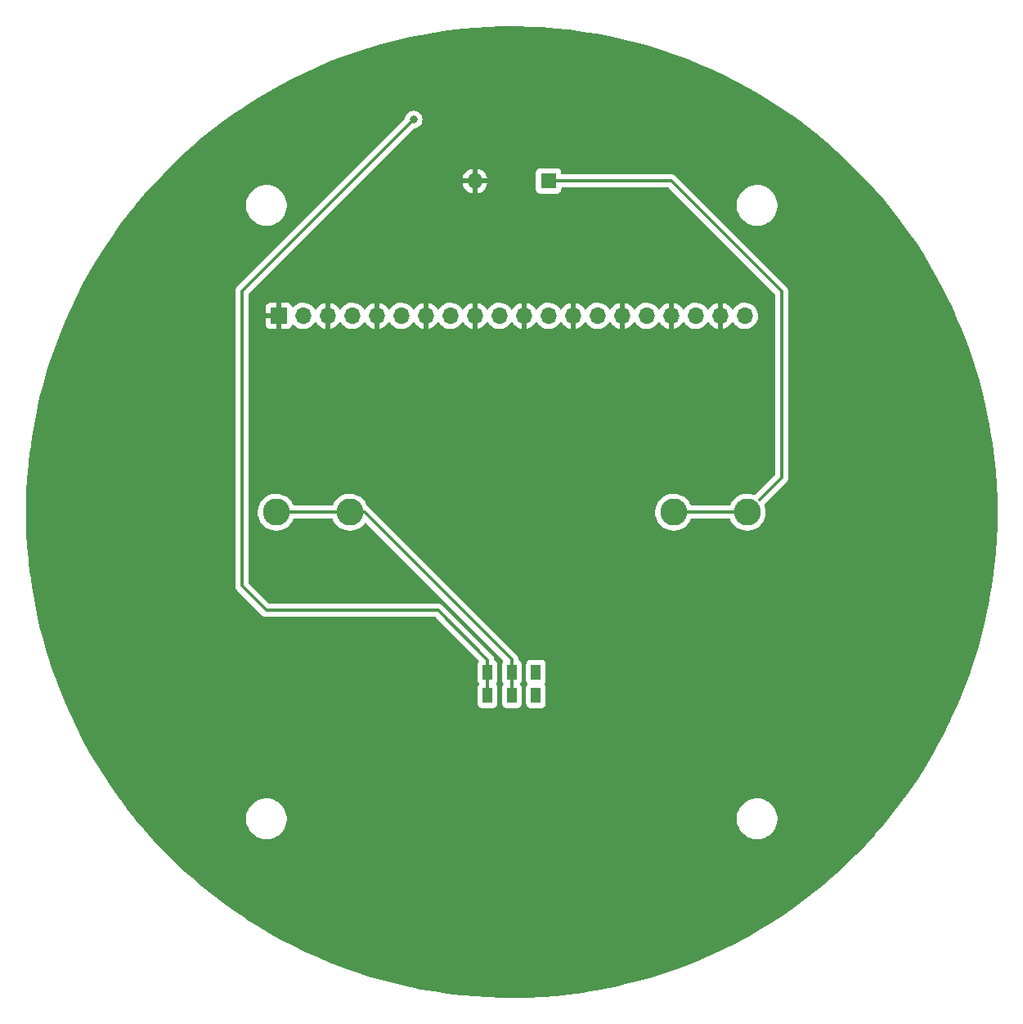
<source format=gbr>
%TF.GenerationSoftware,KiCad,Pcbnew,6.0.9+dfsg-1*%
%TF.CreationDate,2022-11-28T19:22:20-06:00*%
%TF.ProjectId,base,62617365-2e6b-4696-9361-645f70636258,A*%
%TF.SameCoordinates,Original*%
%TF.FileFunction,Copper,L2,Bot*%
%TF.FilePolarity,Positive*%
%FSLAX46Y46*%
G04 Gerber Fmt 4.6, Leading zero omitted, Abs format (unit mm)*
G04 Created by KiCad (PCBNEW 6.0.9+dfsg-1) date 2022-11-28 19:22:20*
%MOMM*%
%LPD*%
G01*
G04 APERTURE LIST*
%TA.AperFunction,ComponentPad*%
%ADD10R,1.600000X1.600000*%
%TD*%
%TA.AperFunction,ComponentPad*%
%ADD11O,1.600000X1.600000*%
%TD*%
%TA.AperFunction,ComponentPad*%
%ADD12R,1.700000X1.700000*%
%TD*%
%TA.AperFunction,ComponentPad*%
%ADD13O,1.700000X1.700000*%
%TD*%
%TA.AperFunction,SMDPad,CuDef*%
%ADD14R,1.000000X1.600000*%
%TD*%
%TA.AperFunction,ComponentPad*%
%ADD15C,2.794000*%
%TD*%
%TA.AperFunction,ViaPad*%
%ADD16C,0.800000*%
%TD*%
%TA.AperFunction,Conductor*%
%ADD17C,0.350000*%
%TD*%
G04 APERTURE END LIST*
D10*
%TO.P,D5,1,K*%
%TO.N,GND*%
X130810000Y-67310000D03*
D11*
%TO.P,D5,2,A*%
%TO.N,CATHODE*%
X123190000Y-67310000D03*
%TD*%
D12*
%TO.P,J1,1,Pin_1*%
%TO.N,CATHODE*%
X102870000Y-81280000D03*
D13*
%TO.P,J1,2,Pin_2*%
%TO.N,ANODE*%
X105410000Y-81280000D03*
%TO.P,J1,3,Pin_3*%
%TO.N,CATHODE*%
X107950000Y-81280000D03*
%TO.P,J1,4,Pin_4*%
%TO.N,ANODE*%
X110490000Y-81280000D03*
%TO.P,J1,5,Pin_5*%
%TO.N,CATHODE*%
X113030000Y-81280000D03*
%TO.P,J1,6,Pin_6*%
%TO.N,ANODE*%
X115570000Y-81280000D03*
%TO.P,J1,7,Pin_7*%
%TO.N,CATHODE*%
X118110000Y-81280000D03*
%TO.P,J1,8,Pin_8*%
%TO.N,ANODE*%
X120650000Y-81280000D03*
%TO.P,J1,9,Pin_9*%
%TO.N,CATHODE*%
X123190000Y-81280000D03*
%TO.P,J1,10,Pin_10*%
%TO.N,ANODE*%
X125730000Y-81280000D03*
%TO.P,J1,11,Pin_11*%
%TO.N,CATHODE*%
X128270000Y-81280000D03*
%TO.P,J1,12,Pin_12*%
%TO.N,ANODE*%
X130810000Y-81280000D03*
%TO.P,J1,13,Pin_13*%
%TO.N,CATHODE*%
X133350000Y-81280000D03*
%TO.P,J1,14,Pin_14*%
%TO.N,ANODE*%
X135890000Y-81280000D03*
%TO.P,J1,15,Pin_15*%
%TO.N,CATHODE*%
X138430000Y-81280000D03*
%TO.P,J1,16,Pin_16*%
%TO.N,ANODE*%
X140970000Y-81280000D03*
%TO.P,J1,17,Pin_17*%
%TO.N,CATHODE*%
X143510000Y-81280000D03*
%TO.P,J1,18,Pin_18*%
%TO.N,ANODE*%
X146050000Y-81280000D03*
%TO.P,J1,19,Pin_19*%
%TO.N,CATHODE*%
X148590000Y-81280000D03*
%TO.P,J1,20,Pin_20*%
%TO.N,ANODE*%
X151130000Y-81280000D03*
%TD*%
D14*
%TO.P,SW1,1,A*%
%TO.N,unconnected-(SW1-Pad1)*%
X129500000Y-118180000D03*
%TO.P,SW1,2,B*%
%TO.N,Net-(BT1-Pad1)*%
X127000000Y-118180000D03*
%TO.P,SW1,3,C*%
%TO.N,Net-(L1-Pad1)*%
X124500000Y-118180000D03*
%TO.P,SW1,4,A*%
%TO.N,unconnected-(SW1-Pad4)*%
X129500000Y-120580000D03*
%TO.P,SW1,5,B*%
%TO.N,Net-(BT1-Pad1)*%
X127000000Y-120580000D03*
%TO.P,SW1,6,C*%
%TO.N,Net-(L1-Pad1)*%
X124500000Y-120580000D03*
%TD*%
D15*
%TO.P,BT1,1,+*%
%TO.N,Net-(BT1-Pad1)*%
X110236000Y-101600000D03*
X102616000Y-101600000D03*
%TO.P,BT1,2,-*%
%TO.N,GND*%
X151384000Y-101600000D03*
X143764000Y-101600000D03*
%TD*%
D16*
%TO.N,Net-(L1-Pad1)*%
X116840000Y-60960000D03*
%TD*%
D17*
%TO.N,GND*%
X154940000Y-98044000D02*
X154940000Y-78740000D01*
X154940000Y-78740000D02*
X143510000Y-67310000D01*
X143510000Y-67310000D02*
X130810000Y-67310000D01*
X154940000Y-98044000D02*
X152636993Y-100347007D01*
X143764000Y-101600000D02*
X151384000Y-101600000D01*
%TO.N,Net-(BT1-Pad1)*%
X127000000Y-116840000D02*
X111760000Y-101600000D01*
X127000000Y-120580000D02*
X127000000Y-116840000D01*
X106680000Y-101600000D02*
X110236000Y-101600000D01*
X102616000Y-101600000D02*
X106680000Y-101600000D01*
X111760000Y-101600000D02*
X110236000Y-101600000D01*
%TO.N,Net-(L1-Pad1)*%
X124500000Y-118180000D02*
X124500000Y-116880000D01*
X124500000Y-116880000D02*
X119380000Y-111760000D01*
X124500000Y-120580000D02*
X124500000Y-118180000D01*
X99060000Y-109220000D02*
X99060000Y-78740000D01*
X101600000Y-76200000D02*
X116840000Y-60960000D01*
X99060000Y-78740000D02*
X101600000Y-76200000D01*
X101600000Y-111760000D02*
X99060000Y-109220000D01*
X119380000Y-111760000D02*
X101600000Y-111760000D01*
%TD*%
%TA.AperFunction,Conductor*%
%TO.N,CATHODE*%
G36*
X127352860Y-51309763D02*
G01*
X127765328Y-51318403D01*
X128753361Y-51339099D01*
X128756877Y-51339221D01*
X129861290Y-51393236D01*
X130156081Y-51407654D01*
X130159577Y-51407873D01*
X131556322Y-51515347D01*
X131559777Y-51515662D01*
X132810836Y-51647153D01*
X132952981Y-51662093D01*
X132956476Y-51662510D01*
X134345002Y-51847779D01*
X134348459Y-51848289D01*
X135008396Y-51955176D01*
X135731291Y-52072260D01*
X135734756Y-52072871D01*
X137110762Y-52335358D01*
X137114209Y-52336065D01*
X137774908Y-52481329D01*
X138482435Y-52636889D01*
X138485815Y-52637683D01*
X139128817Y-52798001D01*
X139845048Y-52976578D01*
X139848408Y-52977465D01*
X141197732Y-53354202D01*
X141201045Y-53355178D01*
X142539230Y-53769416D01*
X142542576Y-53770503D01*
X143868695Y-54221950D01*
X143872010Y-54223131D01*
X145185017Y-54711435D01*
X145188297Y-54712707D01*
X146487089Y-55237452D01*
X146490333Y-55238815D01*
X147774082Y-55799672D01*
X147777215Y-55801094D01*
X149044758Y-56397553D01*
X149047867Y-56399069D01*
X150125278Y-56943309D01*
X150298281Y-57030699D01*
X150301399Y-57032329D01*
X151533680Y-57698620D01*
X151536721Y-57700321D01*
X152135946Y-58046283D01*
X152749868Y-58400731D01*
X152752890Y-58402532D01*
X153946048Y-59136569D01*
X153949019Y-59138455D01*
X155121164Y-59905485D01*
X155124081Y-59907452D01*
X155381755Y-60086540D01*
X156274411Y-60706952D01*
X156277222Y-60708964D01*
X156866429Y-61143365D01*
X157404807Y-61540292D01*
X157407609Y-61542420D01*
X157775908Y-61830166D01*
X158511446Y-62404831D01*
X158514188Y-62407035D01*
X159593569Y-63299977D01*
X159596249Y-63302258D01*
X160650247Y-64224963D01*
X160652862Y-64227317D01*
X161680702Y-65179108D01*
X161683250Y-65181534D01*
X162684131Y-66161669D01*
X162686610Y-66164166D01*
X163659717Y-67171847D01*
X163662125Y-67174412D01*
X164606700Y-68208854D01*
X164609036Y-68211485D01*
X165524363Y-69271902D01*
X165526625Y-69274597D01*
X166107608Y-69986951D01*
X166412007Y-70360181D01*
X166414193Y-70362939D01*
X167268915Y-71472820D01*
X167271022Y-71475637D01*
X168094410Y-72608933D01*
X168096438Y-72611808D01*
X168887871Y-73767666D01*
X168889818Y-73770597D01*
X169648651Y-74948076D01*
X169650516Y-74951060D01*
X170376195Y-76149299D01*
X170377975Y-76152333D01*
X170721701Y-76757399D01*
X171069915Y-77370367D01*
X171071610Y-77373451D01*
X171729244Y-78610281D01*
X171730853Y-78613410D01*
X172353732Y-79868191D01*
X172355252Y-79871364D01*
X172472041Y-80124118D01*
X172888769Y-81026000D01*
X172942833Y-81143006D01*
X172944254Y-81146197D01*
X173348211Y-82088699D01*
X173496111Y-82433775D01*
X173497452Y-82437028D01*
X174013147Y-83739525D01*
X174014396Y-83742814D01*
X174493519Y-85059196D01*
X174494658Y-85062467D01*
X174936832Y-86391694D01*
X174937896Y-86395048D01*
X175342782Y-87736092D01*
X175343752Y-87739474D01*
X175711039Y-89091316D01*
X175711914Y-89094724D01*
X176041306Y-90456267D01*
X176042086Y-90459698D01*
X176333344Y-91829959D01*
X176334024Y-91833398D01*
X176460301Y-92521421D01*
X176586901Y-93211210D01*
X176587488Y-93214679D01*
X176801801Y-94599060D01*
X176802290Y-94602544D01*
X176977855Y-95992284D01*
X176978248Y-95995781D01*
X177114951Y-97389983D01*
X177115245Y-97393489D01*
X177212962Y-98790912D01*
X177213158Y-98794425D01*
X177271817Y-100193994D01*
X177271916Y-100197511D01*
X177291475Y-101598241D01*
X177291475Y-101601759D01*
X177271916Y-103002489D01*
X177271817Y-103006006D01*
X177213158Y-104405575D01*
X177212962Y-104409088D01*
X177115245Y-105806511D01*
X177114951Y-105810017D01*
X176978248Y-107204219D01*
X176977855Y-107207716D01*
X176802290Y-108597456D01*
X176801801Y-108600940D01*
X176635478Y-109675326D01*
X176587488Y-109985321D01*
X176586905Y-109988766D01*
X176354681Y-111254055D01*
X176334027Y-111366589D01*
X176333344Y-111370041D01*
X176042086Y-112740302D01*
X176041306Y-112743733D01*
X175711914Y-114105276D01*
X175711039Y-114108684D01*
X175343752Y-115460526D01*
X175342782Y-115463908D01*
X174937896Y-116804952D01*
X174936832Y-116808306D01*
X174494658Y-118137533D01*
X174493519Y-118140804D01*
X174021892Y-119436591D01*
X174014396Y-119457186D01*
X174013147Y-119460475D01*
X173497452Y-120762972D01*
X173496112Y-120766222D01*
X173017633Y-121882598D01*
X172944264Y-122053780D01*
X172942843Y-122056971D01*
X172522904Y-122965803D01*
X172355252Y-123328636D01*
X172353732Y-123331809D01*
X171730853Y-124586590D01*
X171729244Y-124589719D01*
X171071610Y-125826549D01*
X171069925Y-125829614D01*
X170598460Y-126659543D01*
X170377975Y-127047667D01*
X170376195Y-127050701D01*
X169650516Y-128248940D01*
X169648651Y-128251924D01*
X168889818Y-129429403D01*
X168887871Y-129432334D01*
X168096438Y-130588192D01*
X168094410Y-130591067D01*
X167271022Y-131724363D01*
X167268915Y-131727180D01*
X166414193Y-132837061D01*
X166412016Y-132839807D01*
X165891178Y-133478417D01*
X165526625Y-133925403D01*
X165524363Y-133928098D01*
X164609036Y-134988515D01*
X164606700Y-134991146D01*
X163662125Y-136025588D01*
X163659717Y-136028153D01*
X162686610Y-137035834D01*
X162684131Y-137038331D01*
X161683250Y-138018466D01*
X161680702Y-138020892D01*
X160652862Y-138972683D01*
X160650247Y-138975037D01*
X159596249Y-139897742D01*
X159593569Y-139900023D01*
X158514188Y-140792965D01*
X158511446Y-140795169D01*
X157407609Y-141657580D01*
X157404807Y-141659708D01*
X156277222Y-142491036D01*
X156274411Y-142493048D01*
X155694929Y-142895799D01*
X155124081Y-143292548D01*
X155121164Y-143294515D01*
X153949019Y-144061545D01*
X153946048Y-144063431D01*
X152752890Y-144797468D01*
X152749878Y-144799263D01*
X151792657Y-145351915D01*
X151536736Y-145499671D01*
X151533680Y-145501380D01*
X150911152Y-145837979D01*
X150301399Y-146167671D01*
X150298281Y-146169301D01*
X149047867Y-146800931D01*
X149044758Y-146802447D01*
X147777215Y-147398906D01*
X147774082Y-147400328D01*
X146596568Y-147914772D01*
X146490333Y-147961185D01*
X146487089Y-147962548D01*
X145188297Y-148487293D01*
X145185017Y-148488565D01*
X143872010Y-148976869D01*
X143868695Y-148978050D01*
X142542576Y-149429497D01*
X142539230Y-149430584D01*
X141201045Y-149844822D01*
X141197732Y-149845798D01*
X139848408Y-150222535D01*
X139845048Y-150223422D01*
X139148145Y-150397180D01*
X138485815Y-150562317D01*
X138482435Y-150563111D01*
X137904145Y-150690256D01*
X137114209Y-150863935D01*
X137110762Y-150864642D01*
X135734756Y-151127129D01*
X135731291Y-151127740D01*
X135039881Y-151239725D01*
X134348459Y-151351711D01*
X134345002Y-151352221D01*
X133612775Y-151449921D01*
X132956474Y-151537490D01*
X132952978Y-151537907D01*
X131559777Y-151684338D01*
X131556322Y-151684653D01*
X130159577Y-151792127D01*
X130156081Y-151792346D01*
X129861290Y-151806764D01*
X128756877Y-151860779D01*
X128753361Y-151860901D01*
X127765328Y-151881597D01*
X127352860Y-151890237D01*
X127349366Y-151890262D01*
X126688403Y-151885648D01*
X125948521Y-151880482D01*
X125945004Y-151880408D01*
X124545028Y-151831520D01*
X124541513Y-151831348D01*
X123143438Y-151743388D01*
X123139930Y-151743118D01*
X122106348Y-151649055D01*
X121744879Y-151616159D01*
X121741394Y-151615794D01*
X121084721Y-151537490D01*
X120350349Y-151449921D01*
X120346862Y-151449455D01*
X119932466Y-151388263D01*
X118961062Y-151244818D01*
X118957661Y-151244268D01*
X117578019Y-151001000D01*
X117574564Y-151000340D01*
X116911871Y-150864309D01*
X116202375Y-150718670D01*
X116198941Y-150717916D01*
X114835105Y-150398031D01*
X114831691Y-150397180D01*
X113477328Y-150039341D01*
X113473939Y-150038395D01*
X112130067Y-149642873D01*
X112126706Y-149641832D01*
X110794447Y-149208954D01*
X110791116Y-149207820D01*
X109471463Y-148737913D01*
X109468165Y-148736687D01*
X108162111Y-148230102D01*
X108158849Y-148228784D01*
X106867455Y-147685932D01*
X106864231Y-147684523D01*
X105588532Y-147105841D01*
X105585348Y-147104343D01*
X104326277Y-146490253D01*
X104323137Y-146488667D01*
X103081689Y-145839653D01*
X103078594Y-145837979D01*
X101855791Y-145154578D01*
X101852744Y-145152819D01*
X100649468Y-144435522D01*
X100646471Y-144433678D01*
X99787825Y-143888765D01*
X99463705Y-143683072D01*
X99460795Y-143681168D01*
X98299415Y-142897807D01*
X98296526Y-142895799D01*
X97157503Y-142080339D01*
X97154671Y-142078251D01*
X96038874Y-141231315D01*
X96036101Y-141229149D01*
X94944357Y-140351365D01*
X94941646Y-140349122D01*
X93874844Y-139441202D01*
X93872197Y-139438884D01*
X93186487Y-138821467D01*
X92831201Y-138501567D01*
X92828622Y-138499179D01*
X91814153Y-137533114D01*
X91811639Y-137530652D01*
X90824559Y-136536656D01*
X90822115Y-136534125D01*
X89863190Y-135512975D01*
X89860817Y-135510377D01*
X88930724Y-134462787D01*
X88928461Y-134460165D01*
X88108272Y-133482703D01*
X99490743Y-133482703D01*
X99528268Y-133767734D01*
X99604129Y-134045036D01*
X99716923Y-134309476D01*
X99864561Y-134556161D01*
X100044313Y-134780528D01*
X100252851Y-134978423D01*
X100486317Y-135146186D01*
X100490112Y-135148195D01*
X100490113Y-135148196D01*
X100511869Y-135159715D01*
X100740392Y-135280712D01*
X101010373Y-135379511D01*
X101291264Y-135440755D01*
X101319841Y-135443004D01*
X101514282Y-135458307D01*
X101514291Y-135458307D01*
X101516739Y-135458500D01*
X101672271Y-135458500D01*
X101674407Y-135458354D01*
X101674418Y-135458354D01*
X101882548Y-135444165D01*
X101882554Y-135444164D01*
X101886825Y-135443873D01*
X101891020Y-135443004D01*
X101891022Y-135443004D01*
X102027584Y-135414723D01*
X102168342Y-135385574D01*
X102439343Y-135289607D01*
X102694812Y-135157750D01*
X102698313Y-135155289D01*
X102698317Y-135155287D01*
X102812418Y-135075095D01*
X102930023Y-134992441D01*
X103140622Y-134796740D01*
X103322713Y-134574268D01*
X103472927Y-134329142D01*
X103588483Y-134065898D01*
X103667244Y-133789406D01*
X103707751Y-133504784D01*
X103707845Y-133486951D01*
X103707867Y-133482703D01*
X150290743Y-133482703D01*
X150328268Y-133767734D01*
X150404129Y-134045036D01*
X150516923Y-134309476D01*
X150664561Y-134556161D01*
X150844313Y-134780528D01*
X151052851Y-134978423D01*
X151286317Y-135146186D01*
X151290112Y-135148195D01*
X151290113Y-135148196D01*
X151311869Y-135159715D01*
X151540392Y-135280712D01*
X151810373Y-135379511D01*
X152091264Y-135440755D01*
X152119841Y-135443004D01*
X152314282Y-135458307D01*
X152314291Y-135458307D01*
X152316739Y-135458500D01*
X152472271Y-135458500D01*
X152474407Y-135458354D01*
X152474418Y-135458354D01*
X152682548Y-135444165D01*
X152682554Y-135444164D01*
X152686825Y-135443873D01*
X152691020Y-135443004D01*
X152691022Y-135443004D01*
X152827584Y-135414723D01*
X152968342Y-135385574D01*
X153239343Y-135289607D01*
X153494812Y-135157750D01*
X153498313Y-135155289D01*
X153498317Y-135155287D01*
X153612418Y-135075095D01*
X153730023Y-134992441D01*
X153940622Y-134796740D01*
X154122713Y-134574268D01*
X154272927Y-134329142D01*
X154388483Y-134065898D01*
X154467244Y-133789406D01*
X154507751Y-133504784D01*
X154507845Y-133486951D01*
X154509235Y-133221583D01*
X154509235Y-133221576D01*
X154509257Y-133217297D01*
X154471732Y-132932266D01*
X154395871Y-132654964D01*
X154283077Y-132390524D01*
X154135439Y-132143839D01*
X153955687Y-131919472D01*
X153789002Y-131761294D01*
X153750258Y-131724527D01*
X153750255Y-131724525D01*
X153747149Y-131721577D01*
X153513683Y-131553814D01*
X153491843Y-131542250D01*
X153468654Y-131529972D01*
X153259608Y-131419288D01*
X152989627Y-131320489D01*
X152708736Y-131259245D01*
X152677685Y-131256801D01*
X152485718Y-131241693D01*
X152485709Y-131241693D01*
X152483261Y-131241500D01*
X152327729Y-131241500D01*
X152325593Y-131241646D01*
X152325582Y-131241646D01*
X152117452Y-131255835D01*
X152117446Y-131255836D01*
X152113175Y-131256127D01*
X152108980Y-131256996D01*
X152108978Y-131256996D01*
X151972417Y-131285276D01*
X151831658Y-131314426D01*
X151560657Y-131410393D01*
X151305188Y-131542250D01*
X151301687Y-131544711D01*
X151301683Y-131544713D01*
X151291594Y-131551804D01*
X151069977Y-131707559D01*
X150859378Y-131903260D01*
X150677287Y-132125732D01*
X150527073Y-132370858D01*
X150411517Y-132634102D01*
X150332756Y-132910594D01*
X150292249Y-133195216D01*
X150292227Y-133199505D01*
X150292226Y-133199512D01*
X150291258Y-133384318D01*
X150290743Y-133482703D01*
X103707867Y-133482703D01*
X103709235Y-133221583D01*
X103709235Y-133221576D01*
X103709257Y-133217297D01*
X103671732Y-132932266D01*
X103595871Y-132654964D01*
X103483077Y-132390524D01*
X103335439Y-132143839D01*
X103155687Y-131919472D01*
X102989002Y-131761294D01*
X102950258Y-131724527D01*
X102950255Y-131724525D01*
X102947149Y-131721577D01*
X102713683Y-131553814D01*
X102691843Y-131542250D01*
X102668654Y-131529972D01*
X102459608Y-131419288D01*
X102189627Y-131320489D01*
X101908736Y-131259245D01*
X101877685Y-131256801D01*
X101685718Y-131241693D01*
X101685709Y-131241693D01*
X101683261Y-131241500D01*
X101527729Y-131241500D01*
X101525593Y-131241646D01*
X101525582Y-131241646D01*
X101317452Y-131255835D01*
X101317446Y-131255836D01*
X101313175Y-131256127D01*
X101308980Y-131256996D01*
X101308978Y-131256996D01*
X101172417Y-131285276D01*
X101031658Y-131314426D01*
X100760657Y-131410393D01*
X100505188Y-131542250D01*
X100501687Y-131544711D01*
X100501683Y-131544713D01*
X100491594Y-131551804D01*
X100269977Y-131707559D01*
X100059378Y-131903260D01*
X99877287Y-132125732D01*
X99727073Y-132370858D01*
X99611517Y-132634102D01*
X99532756Y-132910594D01*
X99492249Y-133195216D01*
X99492227Y-133199505D01*
X99492226Y-133199512D01*
X99491258Y-133384318D01*
X99490743Y-133482703D01*
X88108272Y-133482703D01*
X88028002Y-133387041D01*
X88025782Y-133384318D01*
X87890036Y-133213049D01*
X87155651Y-132286486D01*
X87153510Y-132283706D01*
X87046373Y-132140492D01*
X86373951Y-131241646D01*
X86314368Y-131162000D01*
X86312300Y-131159153D01*
X85504824Y-130014482D01*
X85502836Y-130011579D01*
X84727624Y-128844792D01*
X84725718Y-128841835D01*
X83983382Y-127653849D01*
X83981559Y-127650839D01*
X83272690Y-126442601D01*
X83270952Y-126439542D01*
X82596073Y-125211942D01*
X82594422Y-125208835D01*
X81954128Y-123962958D01*
X81952563Y-123959807D01*
X81347272Y-122696466D01*
X81345796Y-122693272D01*
X80776019Y-121413534D01*
X80774633Y-121410300D01*
X80240811Y-120115148D01*
X80239516Y-120111877D01*
X80074527Y-119677540D01*
X79742051Y-118802291D01*
X79740867Y-118799036D01*
X79511665Y-118140856D01*
X79280186Y-117476141D01*
X79279076Y-117472806D01*
X79156079Y-117085071D01*
X78855488Y-116137490D01*
X78854479Y-116134146D01*
X78468354Y-114787565D01*
X78467432Y-114784170D01*
X78119066Y-113427375D01*
X78118238Y-113423955D01*
X77807877Y-112057892D01*
X77807146Y-112054451D01*
X77535062Y-110680332D01*
X77534426Y-110676871D01*
X77300804Y-109295612D01*
X77300266Y-109292135D01*
X77295192Y-109256034D01*
X98372424Y-109256034D01*
X98373729Y-109263511D01*
X98373729Y-109263514D01*
X98383002Y-109316647D01*
X98383965Y-109323171D01*
X98391355Y-109384235D01*
X98394042Y-109391345D01*
X98395246Y-109396248D01*
X98398114Y-109406734D01*
X98399561Y-109411526D01*
X98400866Y-109419004D01*
X98403918Y-109425956D01*
X98403918Y-109425957D01*
X98425595Y-109475341D01*
X98428086Y-109481446D01*
X98447145Y-109531882D01*
X98449831Y-109538989D01*
X98454131Y-109545246D01*
X98456467Y-109549714D01*
X98461725Y-109559160D01*
X98464307Y-109563526D01*
X98467362Y-109570485D01*
X98504823Y-109619304D01*
X98508686Y-109624623D01*
X98535283Y-109663321D01*
X98543534Y-109675326D01*
X98549203Y-109680377D01*
X98588323Y-109715232D01*
X98593598Y-109720213D01*
X101096844Y-112223459D01*
X101102698Y-112229724D01*
X101139290Y-112271670D01*
X101189626Y-112307046D01*
X101194912Y-112310972D01*
X101243328Y-112348935D01*
X101250249Y-112352060D01*
X101254564Y-112354673D01*
X101263976Y-112360042D01*
X101268424Y-112362427D01*
X101274639Y-112366795D01*
X101281716Y-112369554D01*
X101331952Y-112389140D01*
X101338034Y-112391697D01*
X101362368Y-112402684D01*
X101394104Y-112417014D01*
X101401576Y-112418399D01*
X101406427Y-112419919D01*
X101416757Y-112422862D01*
X101421696Y-112424130D01*
X101428772Y-112426889D01*
X101436303Y-112427881D01*
X101436305Y-112427881D01*
X101489785Y-112434922D01*
X101496279Y-112435950D01*
X101556767Y-112447160D01*
X101564348Y-112446723D01*
X101564349Y-112446723D01*
X101616625Y-112443709D01*
X101623877Y-112443500D01*
X119044695Y-112443500D01*
X119112816Y-112463502D01*
X119133790Y-112480405D01*
X123573796Y-116920411D01*
X123607822Y-116982723D01*
X123602757Y-117053538D01*
X123585527Y-117085071D01*
X123549385Y-117133295D01*
X123498255Y-117269684D01*
X123491500Y-117331866D01*
X123491500Y-119028134D01*
X123498255Y-119090316D01*
X123549385Y-119226705D01*
X123554770Y-119233890D01*
X123554771Y-119233892D01*
X123607640Y-119304435D01*
X123632488Y-119370942D01*
X123617435Y-119440324D01*
X123607640Y-119455565D01*
X123554771Y-119526108D01*
X123549385Y-119533295D01*
X123498255Y-119669684D01*
X123491500Y-119731866D01*
X123491500Y-121428134D01*
X123498255Y-121490316D01*
X123549385Y-121626705D01*
X123636739Y-121743261D01*
X123753295Y-121830615D01*
X123889684Y-121881745D01*
X123951866Y-121888500D01*
X125048134Y-121888500D01*
X125110316Y-121881745D01*
X125246705Y-121830615D01*
X125363261Y-121743261D01*
X125450615Y-121626705D01*
X125501745Y-121490316D01*
X125508500Y-121428134D01*
X125508500Y-119731866D01*
X125501745Y-119669684D01*
X125450615Y-119533295D01*
X125445229Y-119526108D01*
X125392360Y-119455565D01*
X125367512Y-119389058D01*
X125382565Y-119319676D01*
X125392360Y-119304435D01*
X125445229Y-119233892D01*
X125445230Y-119233890D01*
X125450615Y-119226705D01*
X125501745Y-119090316D01*
X125508500Y-119028134D01*
X125508500Y-117331866D01*
X125501745Y-117269684D01*
X125450615Y-117133295D01*
X125363261Y-117016739D01*
X125246705Y-116929385D01*
X125246963Y-116929041D01*
X125201071Y-116883050D01*
X125189917Y-116843557D01*
X125187576Y-116843966D01*
X125176998Y-116783353D01*
X125176035Y-116776829D01*
X125169558Y-116723309D01*
X125168645Y-116715765D01*
X125165958Y-116708655D01*
X125164754Y-116703752D01*
X125161886Y-116693266D01*
X125160439Y-116688474D01*
X125159134Y-116680996D01*
X125151565Y-116663752D01*
X125134404Y-116624656D01*
X125131913Y-116618551D01*
X125112858Y-116568125D01*
X125112855Y-116568119D01*
X125110169Y-116561011D01*
X125105863Y-116554747D01*
X125103513Y-116550251D01*
X125098263Y-116540819D01*
X125095693Y-116536473D01*
X125092638Y-116529514D01*
X125077884Y-116510286D01*
X125055176Y-116480691D01*
X125051300Y-116475357D01*
X125016466Y-116424674D01*
X124971676Y-116384767D01*
X124966402Y-116379787D01*
X119883156Y-111296541D01*
X119877302Y-111290276D01*
X119845704Y-111254055D01*
X119840710Y-111248330D01*
X119790345Y-111212934D01*
X119785077Y-111209020D01*
X119742649Y-111175752D01*
X119736672Y-111171065D01*
X119729748Y-111167939D01*
X119725439Y-111165329D01*
X119716024Y-111159958D01*
X119711576Y-111157573D01*
X119705361Y-111153205D01*
X119648039Y-111130856D01*
X119641971Y-111128306D01*
X119585895Y-111102986D01*
X119578418Y-111101600D01*
X119573598Y-111100090D01*
X119563165Y-111097118D01*
X119558304Y-111095870D01*
X119551228Y-111093111D01*
X119490238Y-111085082D01*
X119483722Y-111084050D01*
X119430700Y-111074223D01*
X119423233Y-111072839D01*
X119415653Y-111073276D01*
X119415652Y-111073276D01*
X119363358Y-111076291D01*
X119356106Y-111076500D01*
X101935305Y-111076500D01*
X101867184Y-111056498D01*
X101846210Y-111039595D01*
X99780405Y-108973790D01*
X99746379Y-108911478D01*
X99743500Y-108884695D01*
X99743500Y-101539994D01*
X100706576Y-101539994D01*
X100708934Y-101600000D01*
X100713772Y-101723135D01*
X100717170Y-101809633D01*
X100765651Y-102075089D01*
X100767060Y-102079312D01*
X100842134Y-102304337D01*
X100851051Y-102331066D01*
X100853044Y-102335054D01*
X100930392Y-102489851D01*
X100971667Y-102572456D01*
X101125092Y-102794443D01*
X101308264Y-102992598D01*
X101311718Y-102995410D01*
X101454883Y-103111964D01*
X101517529Y-103162966D01*
X101654457Y-103245403D01*
X101744896Y-103299852D01*
X101744900Y-103299854D01*
X101748712Y-103302149D01*
X101908013Y-103369605D01*
X101993101Y-103405635D01*
X101993105Y-103405636D01*
X101997199Y-103407370D01*
X102001491Y-103408508D01*
X102001494Y-103408509D01*
X102253736Y-103475390D01*
X102253740Y-103475391D01*
X102258033Y-103476529D01*
X102262442Y-103477051D01*
X102262448Y-103477052D01*
X102438105Y-103497842D01*
X102526009Y-103508246D01*
X102795781Y-103501889D01*
X102954984Y-103475390D01*
X103057576Y-103458314D01*
X103057580Y-103458313D01*
X103061966Y-103457583D01*
X103066207Y-103456242D01*
X103066210Y-103456241D01*
X103315007Y-103377557D01*
X103315009Y-103377556D01*
X103319253Y-103376214D01*
X103323264Y-103374288D01*
X103323269Y-103374286D01*
X103558489Y-103261335D01*
X103558490Y-103261334D01*
X103562508Y-103259405D01*
X103711046Y-103160155D01*
X103783169Y-103111964D01*
X103783173Y-103111961D01*
X103786877Y-103109486D01*
X103790194Y-103106515D01*
X103790198Y-103106512D01*
X103984567Y-102932421D01*
X103984568Y-102932420D01*
X103987885Y-102929449D01*
X104161519Y-102722886D01*
X104304317Y-102493918D01*
X104364163Y-102358550D01*
X104409999Y-102304337D01*
X104479401Y-102283500D01*
X108369388Y-102283500D01*
X108437509Y-102303502D01*
X108482100Y-102353179D01*
X108591667Y-102572456D01*
X108745092Y-102794443D01*
X108928264Y-102992598D01*
X108931718Y-102995410D01*
X109074883Y-103111964D01*
X109137529Y-103162966D01*
X109274457Y-103245403D01*
X109364896Y-103299852D01*
X109364900Y-103299854D01*
X109368712Y-103302149D01*
X109528013Y-103369605D01*
X109613101Y-103405635D01*
X109613105Y-103405636D01*
X109617199Y-103407370D01*
X109621491Y-103408508D01*
X109621494Y-103408509D01*
X109873736Y-103475390D01*
X109873740Y-103475391D01*
X109878033Y-103476529D01*
X109882442Y-103477051D01*
X109882448Y-103477052D01*
X110058105Y-103497842D01*
X110146009Y-103508246D01*
X110415781Y-103501889D01*
X110574984Y-103475390D01*
X110677576Y-103458314D01*
X110677580Y-103458313D01*
X110681966Y-103457583D01*
X110686207Y-103456242D01*
X110686210Y-103456241D01*
X110935007Y-103377557D01*
X110935009Y-103377556D01*
X110939253Y-103376214D01*
X110943264Y-103374288D01*
X110943269Y-103374286D01*
X111178489Y-103261335D01*
X111178490Y-103261334D01*
X111182508Y-103259405D01*
X111331046Y-103160155D01*
X111403169Y-103111964D01*
X111403173Y-103111961D01*
X111406877Y-103109486D01*
X111410194Y-103106515D01*
X111410198Y-103106512D01*
X111604567Y-102932421D01*
X111604568Y-102932420D01*
X111607885Y-102929449D01*
X111754659Y-102754840D01*
X111813803Y-102715565D01*
X111884792Y-102714500D01*
X111940205Y-102746820D01*
X126090932Y-116897547D01*
X126124958Y-116959859D01*
X126119893Y-117030674D01*
X126102666Y-117062202D01*
X126049385Y-117133295D01*
X125998255Y-117269684D01*
X125991500Y-117331866D01*
X125991500Y-119028134D01*
X125998255Y-119090316D01*
X126049385Y-119226705D01*
X126054770Y-119233890D01*
X126054771Y-119233892D01*
X126107640Y-119304435D01*
X126132488Y-119370942D01*
X126117435Y-119440324D01*
X126107640Y-119455565D01*
X126054771Y-119526108D01*
X126049385Y-119533295D01*
X125998255Y-119669684D01*
X125991500Y-119731866D01*
X125991500Y-121428134D01*
X125998255Y-121490316D01*
X126049385Y-121626705D01*
X126136739Y-121743261D01*
X126253295Y-121830615D01*
X126389684Y-121881745D01*
X126451866Y-121888500D01*
X127548134Y-121888500D01*
X127610316Y-121881745D01*
X127746705Y-121830615D01*
X127863261Y-121743261D01*
X127950615Y-121626705D01*
X128001745Y-121490316D01*
X128008500Y-121428134D01*
X128491500Y-121428134D01*
X128498255Y-121490316D01*
X128549385Y-121626705D01*
X128636739Y-121743261D01*
X128753295Y-121830615D01*
X128889684Y-121881745D01*
X128951866Y-121888500D01*
X130048134Y-121888500D01*
X130110316Y-121881745D01*
X130246705Y-121830615D01*
X130363261Y-121743261D01*
X130450615Y-121626705D01*
X130501745Y-121490316D01*
X130508500Y-121428134D01*
X130508500Y-119731866D01*
X130501745Y-119669684D01*
X130450615Y-119533295D01*
X130445229Y-119526108D01*
X130392360Y-119455565D01*
X130367512Y-119389058D01*
X130382565Y-119319676D01*
X130392360Y-119304435D01*
X130445229Y-119233892D01*
X130445230Y-119233890D01*
X130450615Y-119226705D01*
X130501745Y-119090316D01*
X130508500Y-119028134D01*
X130508500Y-117331866D01*
X130501745Y-117269684D01*
X130450615Y-117133295D01*
X130363261Y-117016739D01*
X130246705Y-116929385D01*
X130110316Y-116878255D01*
X130048134Y-116871500D01*
X128951866Y-116871500D01*
X128889684Y-116878255D01*
X128753295Y-116929385D01*
X128636739Y-117016739D01*
X128549385Y-117133295D01*
X128498255Y-117269684D01*
X128491500Y-117331866D01*
X128491500Y-119028134D01*
X128498255Y-119090316D01*
X128549385Y-119226705D01*
X128554770Y-119233890D01*
X128554771Y-119233892D01*
X128607640Y-119304435D01*
X128632488Y-119370942D01*
X128617435Y-119440324D01*
X128607640Y-119455565D01*
X128554771Y-119526108D01*
X128549385Y-119533295D01*
X128498255Y-119669684D01*
X128491500Y-119731866D01*
X128491500Y-121428134D01*
X128008500Y-121428134D01*
X128008500Y-119731866D01*
X128001745Y-119669684D01*
X127950615Y-119533295D01*
X127945229Y-119526108D01*
X127892360Y-119455565D01*
X127867512Y-119389058D01*
X127882565Y-119319676D01*
X127892360Y-119304435D01*
X127945229Y-119233892D01*
X127945230Y-119233890D01*
X127950615Y-119226705D01*
X128001745Y-119090316D01*
X128008500Y-119028134D01*
X128008500Y-117331866D01*
X128001745Y-117269684D01*
X127950615Y-117133295D01*
X127863261Y-117016739D01*
X127746705Y-116929385D01*
X127747124Y-116928826D01*
X127701900Y-116883501D01*
X127687819Y-116819110D01*
X127687458Y-116819129D01*
X127687343Y-116816935D01*
X127686847Y-116814667D01*
X127687577Y-116803966D01*
X127676997Y-116743342D01*
X127676034Y-116736819D01*
X127669558Y-116683308D01*
X127669558Y-116683307D01*
X127668645Y-116675765D01*
X127665959Y-116668655D01*
X127664754Y-116663752D01*
X127661886Y-116653266D01*
X127660439Y-116648474D01*
X127659134Y-116640996D01*
X127656082Y-116634043D01*
X127634405Y-116584659D01*
X127631914Y-116578554D01*
X127612855Y-116528118D01*
X127612853Y-116528115D01*
X127610169Y-116521011D01*
X127605869Y-116514754D01*
X127603533Y-116510286D01*
X127598275Y-116500840D01*
X127595693Y-116496474D01*
X127592638Y-116489515D01*
X127555177Y-116440696D01*
X127551314Y-116435377D01*
X127520769Y-116390935D01*
X127516466Y-116384674D01*
X127471676Y-116344767D01*
X127466402Y-116339787D01*
X112263156Y-101136541D01*
X112257302Y-101130276D01*
X112225704Y-101094055D01*
X112220710Y-101088330D01*
X112170345Y-101052934D01*
X112165077Y-101049020D01*
X112122649Y-101015752D01*
X112116672Y-101011065D01*
X112109748Y-101007939D01*
X112105439Y-101005329D01*
X112096010Y-100999950D01*
X112091573Y-100997571D01*
X112085361Y-100993205D01*
X112078286Y-100990447D01*
X112075506Y-100988956D01*
X112024923Y-100939138D01*
X112016835Y-100921523D01*
X111978656Y-100818034D01*
X111977115Y-100813857D01*
X111848976Y-100576374D01*
X111688654Y-100359316D01*
X111641315Y-100311227D01*
X111587706Y-100256770D01*
X111499348Y-100167013D01*
X111495808Y-100164312D01*
X111495802Y-100164306D01*
X111288375Y-100006003D01*
X111284835Y-100003301D01*
X111049395Y-99871448D01*
X110797725Y-99774085D01*
X110793400Y-99773082D01*
X110793395Y-99773081D01*
X110648885Y-99739586D01*
X110534847Y-99713153D01*
X110266007Y-99689869D01*
X110261572Y-99690113D01*
X110261568Y-99690113D01*
X110001011Y-99704452D01*
X110001004Y-99704453D01*
X109996568Y-99704697D01*
X109731906Y-99757341D01*
X109727696Y-99758819D01*
X109727694Y-99758820D01*
X109613085Y-99799068D01*
X109477302Y-99846752D01*
X109473351Y-99848805D01*
X109473345Y-99848807D01*
X109241786Y-99969092D01*
X109237836Y-99971144D01*
X109234221Y-99973727D01*
X109234215Y-99973731D01*
X109095577Y-100072804D01*
X109018286Y-100128037D01*
X108823033Y-100314299D01*
X108655973Y-100526214D01*
X108520438Y-100759555D01*
X108518770Y-100763672D01*
X108518767Y-100763679D01*
X108488744Y-100837803D01*
X108444631Y-100893432D01*
X108371960Y-100916500D01*
X104482799Y-100916500D01*
X104414678Y-100896498D01*
X104368185Y-100842842D01*
X104364587Y-100834110D01*
X104358658Y-100818039D01*
X104358656Y-100818034D01*
X104357115Y-100813857D01*
X104228976Y-100576374D01*
X104068654Y-100359316D01*
X104021315Y-100311227D01*
X103967706Y-100256770D01*
X103879348Y-100167013D01*
X103875808Y-100164312D01*
X103875802Y-100164306D01*
X103668375Y-100006003D01*
X103664835Y-100003301D01*
X103429395Y-99871448D01*
X103177725Y-99774085D01*
X103173400Y-99773082D01*
X103173395Y-99773081D01*
X103028885Y-99739586D01*
X102914847Y-99713153D01*
X102646007Y-99689869D01*
X102641572Y-99690113D01*
X102641568Y-99690113D01*
X102381011Y-99704452D01*
X102381004Y-99704453D01*
X102376568Y-99704697D01*
X102111906Y-99757341D01*
X102107696Y-99758819D01*
X102107694Y-99758820D01*
X101993085Y-99799068D01*
X101857302Y-99846752D01*
X101853351Y-99848805D01*
X101853345Y-99848807D01*
X101621786Y-99969092D01*
X101617836Y-99971144D01*
X101614221Y-99973727D01*
X101614215Y-99973731D01*
X101475577Y-100072804D01*
X101398286Y-100128037D01*
X101203033Y-100314299D01*
X101035973Y-100526214D01*
X100900438Y-100759555D01*
X100898770Y-100763672D01*
X100898767Y-100763679D01*
X100836868Y-100916500D01*
X100799133Y-101009664D01*
X100734080Y-101271552D01*
X100706576Y-101539994D01*
X99743500Y-101539994D01*
X99743500Y-82174669D01*
X101512001Y-82174669D01*
X101512371Y-82181490D01*
X101517895Y-82232352D01*
X101521521Y-82247604D01*
X101566676Y-82368054D01*
X101575214Y-82383649D01*
X101651715Y-82485724D01*
X101664276Y-82498285D01*
X101766351Y-82574786D01*
X101781946Y-82583324D01*
X101902394Y-82628478D01*
X101917649Y-82632105D01*
X101968514Y-82637631D01*
X101975328Y-82638000D01*
X102597885Y-82638000D01*
X102613124Y-82633525D01*
X102614329Y-82632135D01*
X102616000Y-82624452D01*
X102616000Y-82619884D01*
X103124000Y-82619884D01*
X103128475Y-82635123D01*
X103129865Y-82636328D01*
X103137548Y-82637999D01*
X103764669Y-82637999D01*
X103771490Y-82637629D01*
X103822352Y-82632105D01*
X103837604Y-82628479D01*
X103958054Y-82583324D01*
X103973649Y-82574786D01*
X104075724Y-82498285D01*
X104088285Y-82485724D01*
X104164786Y-82383649D01*
X104173324Y-82368054D01*
X104214225Y-82258952D01*
X104256867Y-82202188D01*
X104323428Y-82177488D01*
X104392777Y-82192696D01*
X104427444Y-82220684D01*
X104452865Y-82250031D01*
X104452869Y-82250035D01*
X104456250Y-82253938D01*
X104628126Y-82396632D01*
X104821000Y-82509338D01*
X105029692Y-82589030D01*
X105034760Y-82590061D01*
X105034763Y-82590062D01*
X105129862Y-82609410D01*
X105248597Y-82633567D01*
X105253772Y-82633757D01*
X105253774Y-82633757D01*
X105466673Y-82641564D01*
X105466677Y-82641564D01*
X105471837Y-82641753D01*
X105476957Y-82641097D01*
X105476959Y-82641097D01*
X105688288Y-82614025D01*
X105688289Y-82614025D01*
X105693416Y-82613368D01*
X105698366Y-82611883D01*
X105902429Y-82550661D01*
X105902434Y-82550659D01*
X105907384Y-82549174D01*
X106107994Y-82450896D01*
X106289860Y-82321173D01*
X106448096Y-82163489D01*
X106578453Y-81982077D01*
X106579640Y-81982930D01*
X106626960Y-81939362D01*
X106696897Y-81927145D01*
X106762338Y-81954678D01*
X106790166Y-81986511D01*
X106847694Y-82080388D01*
X106853777Y-82088699D01*
X106993213Y-82249667D01*
X107000580Y-82256883D01*
X107164434Y-82392916D01*
X107172881Y-82398831D01*
X107356756Y-82506279D01*
X107366042Y-82510729D01*
X107565001Y-82586703D01*
X107574899Y-82589579D01*
X107678250Y-82610606D01*
X107692299Y-82609410D01*
X107696000Y-82599065D01*
X107696000Y-82598517D01*
X108204000Y-82598517D01*
X108208064Y-82612359D01*
X108221478Y-82614393D01*
X108228184Y-82613534D01*
X108238262Y-82611392D01*
X108442255Y-82550191D01*
X108451842Y-82546433D01*
X108643095Y-82452739D01*
X108651945Y-82447464D01*
X108825328Y-82323792D01*
X108833200Y-82317139D01*
X108984052Y-82166812D01*
X108990730Y-82158965D01*
X109118022Y-81981819D01*
X109119279Y-81982722D01*
X109166373Y-81939362D01*
X109236311Y-81927145D01*
X109301751Y-81954678D01*
X109329579Y-81986511D01*
X109389987Y-82085088D01*
X109536250Y-82253938D01*
X109708126Y-82396632D01*
X109901000Y-82509338D01*
X110109692Y-82589030D01*
X110114760Y-82590061D01*
X110114763Y-82590062D01*
X110209862Y-82609410D01*
X110328597Y-82633567D01*
X110333772Y-82633757D01*
X110333774Y-82633757D01*
X110546673Y-82641564D01*
X110546677Y-82641564D01*
X110551837Y-82641753D01*
X110556957Y-82641097D01*
X110556959Y-82641097D01*
X110768288Y-82614025D01*
X110768289Y-82614025D01*
X110773416Y-82613368D01*
X110778366Y-82611883D01*
X110982429Y-82550661D01*
X110982434Y-82550659D01*
X110987384Y-82549174D01*
X111187994Y-82450896D01*
X111369860Y-82321173D01*
X111528096Y-82163489D01*
X111658453Y-81982077D01*
X111659640Y-81982930D01*
X111706960Y-81939362D01*
X111776897Y-81927145D01*
X111842338Y-81954678D01*
X111870166Y-81986511D01*
X111927694Y-82080388D01*
X111933777Y-82088699D01*
X112073213Y-82249667D01*
X112080580Y-82256883D01*
X112244434Y-82392916D01*
X112252881Y-82398831D01*
X112436756Y-82506279D01*
X112446042Y-82510729D01*
X112645001Y-82586703D01*
X112654899Y-82589579D01*
X112758250Y-82610606D01*
X112772299Y-82609410D01*
X112776000Y-82599065D01*
X112776000Y-82598517D01*
X113284000Y-82598517D01*
X113288064Y-82612359D01*
X113301478Y-82614393D01*
X113308184Y-82613534D01*
X113318262Y-82611392D01*
X113522255Y-82550191D01*
X113531842Y-82546433D01*
X113723095Y-82452739D01*
X113731945Y-82447464D01*
X113905328Y-82323792D01*
X113913200Y-82317139D01*
X114064052Y-82166812D01*
X114070730Y-82158965D01*
X114198022Y-81981819D01*
X114199279Y-81982722D01*
X114246373Y-81939362D01*
X114316311Y-81927145D01*
X114381751Y-81954678D01*
X114409579Y-81986511D01*
X114469987Y-82085088D01*
X114616250Y-82253938D01*
X114788126Y-82396632D01*
X114981000Y-82509338D01*
X115189692Y-82589030D01*
X115194760Y-82590061D01*
X115194763Y-82590062D01*
X115289862Y-82609410D01*
X115408597Y-82633567D01*
X115413772Y-82633757D01*
X115413774Y-82633757D01*
X115626673Y-82641564D01*
X115626677Y-82641564D01*
X115631837Y-82641753D01*
X115636957Y-82641097D01*
X115636959Y-82641097D01*
X115848288Y-82614025D01*
X115848289Y-82614025D01*
X115853416Y-82613368D01*
X115858366Y-82611883D01*
X116062429Y-82550661D01*
X116062434Y-82550659D01*
X116067384Y-82549174D01*
X116267994Y-82450896D01*
X116449860Y-82321173D01*
X116608096Y-82163489D01*
X116738453Y-81982077D01*
X116739640Y-81982930D01*
X116786960Y-81939362D01*
X116856897Y-81927145D01*
X116922338Y-81954678D01*
X116950166Y-81986511D01*
X117007694Y-82080388D01*
X117013777Y-82088699D01*
X117153213Y-82249667D01*
X117160580Y-82256883D01*
X117324434Y-82392916D01*
X117332881Y-82398831D01*
X117516756Y-82506279D01*
X117526042Y-82510729D01*
X117725001Y-82586703D01*
X117734899Y-82589579D01*
X117838250Y-82610606D01*
X117852299Y-82609410D01*
X117856000Y-82599065D01*
X117856000Y-82598517D01*
X118364000Y-82598517D01*
X118368064Y-82612359D01*
X118381478Y-82614393D01*
X118388184Y-82613534D01*
X118398262Y-82611392D01*
X118602255Y-82550191D01*
X118611842Y-82546433D01*
X118803095Y-82452739D01*
X118811945Y-82447464D01*
X118985328Y-82323792D01*
X118993200Y-82317139D01*
X119144052Y-82166812D01*
X119150730Y-82158965D01*
X119278022Y-81981819D01*
X119279279Y-81982722D01*
X119326373Y-81939362D01*
X119396311Y-81927145D01*
X119461751Y-81954678D01*
X119489579Y-81986511D01*
X119549987Y-82085088D01*
X119696250Y-82253938D01*
X119868126Y-82396632D01*
X120061000Y-82509338D01*
X120269692Y-82589030D01*
X120274760Y-82590061D01*
X120274763Y-82590062D01*
X120369862Y-82609410D01*
X120488597Y-82633567D01*
X120493772Y-82633757D01*
X120493774Y-82633757D01*
X120706673Y-82641564D01*
X120706677Y-82641564D01*
X120711837Y-82641753D01*
X120716957Y-82641097D01*
X120716959Y-82641097D01*
X120928288Y-82614025D01*
X120928289Y-82614025D01*
X120933416Y-82613368D01*
X120938366Y-82611883D01*
X121142429Y-82550661D01*
X121142434Y-82550659D01*
X121147384Y-82549174D01*
X121347994Y-82450896D01*
X121529860Y-82321173D01*
X121688096Y-82163489D01*
X121818453Y-81982077D01*
X121819640Y-81982930D01*
X121866960Y-81939362D01*
X121936897Y-81927145D01*
X122002338Y-81954678D01*
X122030166Y-81986511D01*
X122087694Y-82080388D01*
X122093777Y-82088699D01*
X122233213Y-82249667D01*
X122240580Y-82256883D01*
X122404434Y-82392916D01*
X122412881Y-82398831D01*
X122596756Y-82506279D01*
X122606042Y-82510729D01*
X122805001Y-82586703D01*
X122814899Y-82589579D01*
X122918250Y-82610606D01*
X122932299Y-82609410D01*
X122936000Y-82599065D01*
X122936000Y-82598517D01*
X123444000Y-82598517D01*
X123448064Y-82612359D01*
X123461478Y-82614393D01*
X123468184Y-82613534D01*
X123478262Y-82611392D01*
X123682255Y-82550191D01*
X123691842Y-82546433D01*
X123883095Y-82452739D01*
X123891945Y-82447464D01*
X124065328Y-82323792D01*
X124073200Y-82317139D01*
X124224052Y-82166812D01*
X124230730Y-82158965D01*
X124358022Y-81981819D01*
X124359279Y-81982722D01*
X124406373Y-81939362D01*
X124476311Y-81927145D01*
X124541751Y-81954678D01*
X124569579Y-81986511D01*
X124629987Y-82085088D01*
X124776250Y-82253938D01*
X124948126Y-82396632D01*
X125141000Y-82509338D01*
X125349692Y-82589030D01*
X125354760Y-82590061D01*
X125354763Y-82590062D01*
X125449862Y-82609410D01*
X125568597Y-82633567D01*
X125573772Y-82633757D01*
X125573774Y-82633757D01*
X125786673Y-82641564D01*
X125786677Y-82641564D01*
X125791837Y-82641753D01*
X125796957Y-82641097D01*
X125796959Y-82641097D01*
X126008288Y-82614025D01*
X126008289Y-82614025D01*
X126013416Y-82613368D01*
X126018366Y-82611883D01*
X126222429Y-82550661D01*
X126222434Y-82550659D01*
X126227384Y-82549174D01*
X126427994Y-82450896D01*
X126609860Y-82321173D01*
X126768096Y-82163489D01*
X126898453Y-81982077D01*
X126899640Y-81982930D01*
X126946960Y-81939362D01*
X127016897Y-81927145D01*
X127082338Y-81954678D01*
X127110166Y-81986511D01*
X127167694Y-82080388D01*
X127173777Y-82088699D01*
X127313213Y-82249667D01*
X127320580Y-82256883D01*
X127484434Y-82392916D01*
X127492881Y-82398831D01*
X127676756Y-82506279D01*
X127686042Y-82510729D01*
X127885001Y-82586703D01*
X127894899Y-82589579D01*
X127998250Y-82610606D01*
X128012299Y-82609410D01*
X128016000Y-82599065D01*
X128016000Y-82598517D01*
X128524000Y-82598517D01*
X128528064Y-82612359D01*
X128541478Y-82614393D01*
X128548184Y-82613534D01*
X128558262Y-82611392D01*
X128762255Y-82550191D01*
X128771842Y-82546433D01*
X128963095Y-82452739D01*
X128971945Y-82447464D01*
X129145328Y-82323792D01*
X129153200Y-82317139D01*
X129304052Y-82166812D01*
X129310730Y-82158965D01*
X129438022Y-81981819D01*
X129439279Y-81982722D01*
X129486373Y-81939362D01*
X129556311Y-81927145D01*
X129621751Y-81954678D01*
X129649579Y-81986511D01*
X129709987Y-82085088D01*
X129856250Y-82253938D01*
X130028126Y-82396632D01*
X130221000Y-82509338D01*
X130429692Y-82589030D01*
X130434760Y-82590061D01*
X130434763Y-82590062D01*
X130529862Y-82609410D01*
X130648597Y-82633567D01*
X130653772Y-82633757D01*
X130653774Y-82633757D01*
X130866673Y-82641564D01*
X130866677Y-82641564D01*
X130871837Y-82641753D01*
X130876957Y-82641097D01*
X130876959Y-82641097D01*
X131088288Y-82614025D01*
X131088289Y-82614025D01*
X131093416Y-82613368D01*
X131098366Y-82611883D01*
X131302429Y-82550661D01*
X131302434Y-82550659D01*
X131307384Y-82549174D01*
X131507994Y-82450896D01*
X131689860Y-82321173D01*
X131848096Y-82163489D01*
X131978453Y-81982077D01*
X131979640Y-81982930D01*
X132026960Y-81939362D01*
X132096897Y-81927145D01*
X132162338Y-81954678D01*
X132190166Y-81986511D01*
X132247694Y-82080388D01*
X132253777Y-82088699D01*
X132393213Y-82249667D01*
X132400580Y-82256883D01*
X132564434Y-82392916D01*
X132572881Y-82398831D01*
X132756756Y-82506279D01*
X132766042Y-82510729D01*
X132965001Y-82586703D01*
X132974899Y-82589579D01*
X133078250Y-82610606D01*
X133092299Y-82609410D01*
X133096000Y-82599065D01*
X133096000Y-82598517D01*
X133604000Y-82598517D01*
X133608064Y-82612359D01*
X133621478Y-82614393D01*
X133628184Y-82613534D01*
X133638262Y-82611392D01*
X133842255Y-82550191D01*
X133851842Y-82546433D01*
X134043095Y-82452739D01*
X134051945Y-82447464D01*
X134225328Y-82323792D01*
X134233200Y-82317139D01*
X134384052Y-82166812D01*
X134390730Y-82158965D01*
X134518022Y-81981819D01*
X134519279Y-81982722D01*
X134566373Y-81939362D01*
X134636311Y-81927145D01*
X134701751Y-81954678D01*
X134729579Y-81986511D01*
X134789987Y-82085088D01*
X134936250Y-82253938D01*
X135108126Y-82396632D01*
X135301000Y-82509338D01*
X135509692Y-82589030D01*
X135514760Y-82590061D01*
X135514763Y-82590062D01*
X135609862Y-82609410D01*
X135728597Y-82633567D01*
X135733772Y-82633757D01*
X135733774Y-82633757D01*
X135946673Y-82641564D01*
X135946677Y-82641564D01*
X135951837Y-82641753D01*
X135956957Y-82641097D01*
X135956959Y-82641097D01*
X136168288Y-82614025D01*
X136168289Y-82614025D01*
X136173416Y-82613368D01*
X136178366Y-82611883D01*
X136382429Y-82550661D01*
X136382434Y-82550659D01*
X136387384Y-82549174D01*
X136587994Y-82450896D01*
X136769860Y-82321173D01*
X136928096Y-82163489D01*
X137058453Y-81982077D01*
X137059640Y-81982930D01*
X137106960Y-81939362D01*
X137176897Y-81927145D01*
X137242338Y-81954678D01*
X137270166Y-81986511D01*
X137327694Y-82080388D01*
X137333777Y-82088699D01*
X137473213Y-82249667D01*
X137480580Y-82256883D01*
X137644434Y-82392916D01*
X137652881Y-82398831D01*
X137836756Y-82506279D01*
X137846042Y-82510729D01*
X138045001Y-82586703D01*
X138054899Y-82589579D01*
X138158250Y-82610606D01*
X138172299Y-82609410D01*
X138176000Y-82599065D01*
X138176000Y-82598517D01*
X138684000Y-82598517D01*
X138688064Y-82612359D01*
X138701478Y-82614393D01*
X138708184Y-82613534D01*
X138718262Y-82611392D01*
X138922255Y-82550191D01*
X138931842Y-82546433D01*
X139123095Y-82452739D01*
X139131945Y-82447464D01*
X139305328Y-82323792D01*
X139313200Y-82317139D01*
X139464052Y-82166812D01*
X139470730Y-82158965D01*
X139598022Y-81981819D01*
X139599279Y-81982722D01*
X139646373Y-81939362D01*
X139716311Y-81927145D01*
X139781751Y-81954678D01*
X139809579Y-81986511D01*
X139869987Y-82085088D01*
X140016250Y-82253938D01*
X140188126Y-82396632D01*
X140381000Y-82509338D01*
X140589692Y-82589030D01*
X140594760Y-82590061D01*
X140594763Y-82590062D01*
X140689862Y-82609410D01*
X140808597Y-82633567D01*
X140813772Y-82633757D01*
X140813774Y-82633757D01*
X141026673Y-82641564D01*
X141026677Y-82641564D01*
X141031837Y-82641753D01*
X141036957Y-82641097D01*
X141036959Y-82641097D01*
X141248288Y-82614025D01*
X141248289Y-82614025D01*
X141253416Y-82613368D01*
X141258366Y-82611883D01*
X141462429Y-82550661D01*
X141462434Y-82550659D01*
X141467384Y-82549174D01*
X141667994Y-82450896D01*
X141849860Y-82321173D01*
X142008096Y-82163489D01*
X142138453Y-81982077D01*
X142139640Y-81982930D01*
X142186960Y-81939362D01*
X142256897Y-81927145D01*
X142322338Y-81954678D01*
X142350166Y-81986511D01*
X142407694Y-82080388D01*
X142413777Y-82088699D01*
X142553213Y-82249667D01*
X142560580Y-82256883D01*
X142724434Y-82392916D01*
X142732881Y-82398831D01*
X142916756Y-82506279D01*
X142926042Y-82510729D01*
X143125001Y-82586703D01*
X143134899Y-82589579D01*
X143238250Y-82610606D01*
X143252299Y-82609410D01*
X143256000Y-82599065D01*
X143256000Y-82598517D01*
X143764000Y-82598517D01*
X143768064Y-82612359D01*
X143781478Y-82614393D01*
X143788184Y-82613534D01*
X143798262Y-82611392D01*
X144002255Y-82550191D01*
X144011842Y-82546433D01*
X144203095Y-82452739D01*
X144211945Y-82447464D01*
X144385328Y-82323792D01*
X144393200Y-82317139D01*
X144544052Y-82166812D01*
X144550730Y-82158965D01*
X144678022Y-81981819D01*
X144679279Y-81982722D01*
X144726373Y-81939362D01*
X144796311Y-81927145D01*
X144861751Y-81954678D01*
X144889579Y-81986511D01*
X144949987Y-82085088D01*
X145096250Y-82253938D01*
X145268126Y-82396632D01*
X145461000Y-82509338D01*
X145669692Y-82589030D01*
X145674760Y-82590061D01*
X145674763Y-82590062D01*
X145769862Y-82609410D01*
X145888597Y-82633567D01*
X145893772Y-82633757D01*
X145893774Y-82633757D01*
X146106673Y-82641564D01*
X146106677Y-82641564D01*
X146111837Y-82641753D01*
X146116957Y-82641097D01*
X146116959Y-82641097D01*
X146328288Y-82614025D01*
X146328289Y-82614025D01*
X146333416Y-82613368D01*
X146338366Y-82611883D01*
X146542429Y-82550661D01*
X146542434Y-82550659D01*
X146547384Y-82549174D01*
X146747994Y-82450896D01*
X146929860Y-82321173D01*
X147088096Y-82163489D01*
X147218453Y-81982077D01*
X147219640Y-81982930D01*
X147266960Y-81939362D01*
X147336897Y-81927145D01*
X147402338Y-81954678D01*
X147430166Y-81986511D01*
X147487694Y-82080388D01*
X147493777Y-82088699D01*
X147633213Y-82249667D01*
X147640580Y-82256883D01*
X147804434Y-82392916D01*
X147812881Y-82398831D01*
X147996756Y-82506279D01*
X148006042Y-82510729D01*
X148205001Y-82586703D01*
X148214899Y-82589579D01*
X148318250Y-82610606D01*
X148332299Y-82609410D01*
X148336000Y-82599065D01*
X148336000Y-82598517D01*
X148844000Y-82598517D01*
X148848064Y-82612359D01*
X148861478Y-82614393D01*
X148868184Y-82613534D01*
X148878262Y-82611392D01*
X149082255Y-82550191D01*
X149091842Y-82546433D01*
X149283095Y-82452739D01*
X149291945Y-82447464D01*
X149465328Y-82323792D01*
X149473200Y-82317139D01*
X149624052Y-82166812D01*
X149630730Y-82158965D01*
X149758022Y-81981819D01*
X149759279Y-81982722D01*
X149806373Y-81939362D01*
X149876311Y-81927145D01*
X149941751Y-81954678D01*
X149969579Y-81986511D01*
X150029987Y-82085088D01*
X150176250Y-82253938D01*
X150348126Y-82396632D01*
X150541000Y-82509338D01*
X150749692Y-82589030D01*
X150754760Y-82590061D01*
X150754763Y-82590062D01*
X150849862Y-82609410D01*
X150968597Y-82633567D01*
X150973772Y-82633757D01*
X150973774Y-82633757D01*
X151186673Y-82641564D01*
X151186677Y-82641564D01*
X151191837Y-82641753D01*
X151196957Y-82641097D01*
X151196959Y-82641097D01*
X151408288Y-82614025D01*
X151408289Y-82614025D01*
X151413416Y-82613368D01*
X151418366Y-82611883D01*
X151622429Y-82550661D01*
X151622434Y-82550659D01*
X151627384Y-82549174D01*
X151827994Y-82450896D01*
X152009860Y-82321173D01*
X152168096Y-82163489D01*
X152298453Y-81982077D01*
X152307788Y-81963190D01*
X152395136Y-81786453D01*
X152395137Y-81786451D01*
X152397430Y-81781811D01*
X152462370Y-81568069D01*
X152491529Y-81346590D01*
X152493156Y-81280000D01*
X152474852Y-81057361D01*
X152420431Y-80840702D01*
X152331354Y-80635840D01*
X152246791Y-80505126D01*
X152212822Y-80452617D01*
X152212820Y-80452614D01*
X152210014Y-80448277D01*
X152059670Y-80283051D01*
X152055619Y-80279852D01*
X152055615Y-80279848D01*
X151888414Y-80147800D01*
X151888410Y-80147798D01*
X151884359Y-80144598D01*
X151848028Y-80124542D01*
X151756970Y-80074276D01*
X151688789Y-80036638D01*
X151683920Y-80034914D01*
X151683916Y-80034912D01*
X151483087Y-79963795D01*
X151483083Y-79963794D01*
X151478212Y-79962069D01*
X151473119Y-79961162D01*
X151473116Y-79961161D01*
X151263373Y-79923800D01*
X151263367Y-79923799D01*
X151258284Y-79922894D01*
X151184452Y-79921992D01*
X151040081Y-79920228D01*
X151040079Y-79920228D01*
X151034911Y-79920165D01*
X150814091Y-79953955D01*
X150601756Y-80023357D01*
X150403607Y-80126507D01*
X150399474Y-80129610D01*
X150399471Y-80129612D01*
X150316450Y-80191946D01*
X150224965Y-80260635D01*
X150070629Y-80422138D01*
X150067715Y-80426410D01*
X150067714Y-80426411D01*
X149962898Y-80580066D01*
X149907987Y-80625069D01*
X149837462Y-80633240D01*
X149773715Y-80601986D01*
X149753018Y-80577502D01*
X149672426Y-80452926D01*
X149666136Y-80444757D01*
X149522806Y-80287240D01*
X149515273Y-80280215D01*
X149348139Y-80148222D01*
X149339552Y-80142517D01*
X149153117Y-80039599D01*
X149143705Y-80035369D01*
X148942959Y-79964280D01*
X148932988Y-79961646D01*
X148861837Y-79948972D01*
X148848540Y-79950432D01*
X148844000Y-79964989D01*
X148844000Y-82598517D01*
X148336000Y-82598517D01*
X148336000Y-79963102D01*
X148332082Y-79949758D01*
X148317806Y-79947771D01*
X148279324Y-79953660D01*
X148269288Y-79956051D01*
X148066868Y-80022212D01*
X148057359Y-80026209D01*
X147868463Y-80124542D01*
X147859738Y-80130036D01*
X147689433Y-80257905D01*
X147681726Y-80264748D01*
X147534590Y-80418717D01*
X147528109Y-80426722D01*
X147423498Y-80580074D01*
X147368587Y-80625076D01*
X147298062Y-80633247D01*
X147234315Y-80601993D01*
X147213618Y-80577509D01*
X147132822Y-80452617D01*
X147132820Y-80452614D01*
X147130014Y-80448277D01*
X146979670Y-80283051D01*
X146975619Y-80279852D01*
X146975615Y-80279848D01*
X146808414Y-80147800D01*
X146808410Y-80147798D01*
X146804359Y-80144598D01*
X146768028Y-80124542D01*
X146676970Y-80074276D01*
X146608789Y-80036638D01*
X146603920Y-80034914D01*
X146603916Y-80034912D01*
X146403087Y-79963795D01*
X146403083Y-79963794D01*
X146398212Y-79962069D01*
X146393119Y-79961162D01*
X146393116Y-79961161D01*
X146183373Y-79923800D01*
X146183367Y-79923799D01*
X146178284Y-79922894D01*
X146104452Y-79921992D01*
X145960081Y-79920228D01*
X145960079Y-79920228D01*
X145954911Y-79920165D01*
X145734091Y-79953955D01*
X145521756Y-80023357D01*
X145323607Y-80126507D01*
X145319474Y-80129610D01*
X145319471Y-80129612D01*
X145236450Y-80191946D01*
X145144965Y-80260635D01*
X144990629Y-80422138D01*
X144987715Y-80426410D01*
X144987714Y-80426411D01*
X144882898Y-80580066D01*
X144827987Y-80625069D01*
X144757462Y-80633240D01*
X144693715Y-80601986D01*
X144673018Y-80577502D01*
X144592426Y-80452926D01*
X144586136Y-80444757D01*
X144442806Y-80287240D01*
X144435273Y-80280215D01*
X144268139Y-80148222D01*
X144259552Y-80142517D01*
X144073117Y-80039599D01*
X144063705Y-80035369D01*
X143862959Y-79964280D01*
X143852988Y-79961646D01*
X143781837Y-79948972D01*
X143768540Y-79950432D01*
X143764000Y-79964989D01*
X143764000Y-82598517D01*
X143256000Y-82598517D01*
X143256000Y-79963102D01*
X143252082Y-79949758D01*
X143237806Y-79947771D01*
X143199324Y-79953660D01*
X143189288Y-79956051D01*
X142986868Y-80022212D01*
X142977359Y-80026209D01*
X142788463Y-80124542D01*
X142779738Y-80130036D01*
X142609433Y-80257905D01*
X142601726Y-80264748D01*
X142454590Y-80418717D01*
X142448109Y-80426722D01*
X142343498Y-80580074D01*
X142288587Y-80625076D01*
X142218062Y-80633247D01*
X142154315Y-80601993D01*
X142133618Y-80577509D01*
X142052822Y-80452617D01*
X142052820Y-80452614D01*
X142050014Y-80448277D01*
X141899670Y-80283051D01*
X141895619Y-80279852D01*
X141895615Y-80279848D01*
X141728414Y-80147800D01*
X141728410Y-80147798D01*
X141724359Y-80144598D01*
X141688028Y-80124542D01*
X141596970Y-80074276D01*
X141528789Y-80036638D01*
X141523920Y-80034914D01*
X141523916Y-80034912D01*
X141323087Y-79963795D01*
X141323083Y-79963794D01*
X141318212Y-79962069D01*
X141313119Y-79961162D01*
X141313116Y-79961161D01*
X141103373Y-79923800D01*
X141103367Y-79923799D01*
X141098284Y-79922894D01*
X141024452Y-79921992D01*
X140880081Y-79920228D01*
X140880079Y-79920228D01*
X140874911Y-79920165D01*
X140654091Y-79953955D01*
X140441756Y-80023357D01*
X140243607Y-80126507D01*
X140239474Y-80129610D01*
X140239471Y-80129612D01*
X140156450Y-80191946D01*
X140064965Y-80260635D01*
X139910629Y-80422138D01*
X139907715Y-80426410D01*
X139907714Y-80426411D01*
X139802898Y-80580066D01*
X139747987Y-80625069D01*
X139677462Y-80633240D01*
X139613715Y-80601986D01*
X139593018Y-80577502D01*
X139512426Y-80452926D01*
X139506136Y-80444757D01*
X139362806Y-80287240D01*
X139355273Y-80280215D01*
X139188139Y-80148222D01*
X139179552Y-80142517D01*
X138993117Y-80039599D01*
X138983705Y-80035369D01*
X138782959Y-79964280D01*
X138772988Y-79961646D01*
X138701837Y-79948972D01*
X138688540Y-79950432D01*
X138684000Y-79964989D01*
X138684000Y-82598517D01*
X138176000Y-82598517D01*
X138176000Y-79963102D01*
X138172082Y-79949758D01*
X138157806Y-79947771D01*
X138119324Y-79953660D01*
X138109288Y-79956051D01*
X137906868Y-80022212D01*
X137897359Y-80026209D01*
X137708463Y-80124542D01*
X137699738Y-80130036D01*
X137529433Y-80257905D01*
X137521726Y-80264748D01*
X137374590Y-80418717D01*
X137368109Y-80426722D01*
X137263498Y-80580074D01*
X137208587Y-80625076D01*
X137138062Y-80633247D01*
X137074315Y-80601993D01*
X137053618Y-80577509D01*
X136972822Y-80452617D01*
X136972820Y-80452614D01*
X136970014Y-80448277D01*
X136819670Y-80283051D01*
X136815619Y-80279852D01*
X136815615Y-80279848D01*
X136648414Y-80147800D01*
X136648410Y-80147798D01*
X136644359Y-80144598D01*
X136608028Y-80124542D01*
X136516970Y-80074276D01*
X136448789Y-80036638D01*
X136443920Y-80034914D01*
X136443916Y-80034912D01*
X136243087Y-79963795D01*
X136243083Y-79963794D01*
X136238212Y-79962069D01*
X136233119Y-79961162D01*
X136233116Y-79961161D01*
X136023373Y-79923800D01*
X136023367Y-79923799D01*
X136018284Y-79922894D01*
X135944452Y-79921992D01*
X135800081Y-79920228D01*
X135800079Y-79920228D01*
X135794911Y-79920165D01*
X135574091Y-79953955D01*
X135361756Y-80023357D01*
X135163607Y-80126507D01*
X135159474Y-80129610D01*
X135159471Y-80129612D01*
X135076450Y-80191946D01*
X134984965Y-80260635D01*
X134830629Y-80422138D01*
X134827715Y-80426410D01*
X134827714Y-80426411D01*
X134722898Y-80580066D01*
X134667987Y-80625069D01*
X134597462Y-80633240D01*
X134533715Y-80601986D01*
X134513018Y-80577502D01*
X134432426Y-80452926D01*
X134426136Y-80444757D01*
X134282806Y-80287240D01*
X134275273Y-80280215D01*
X134108139Y-80148222D01*
X134099552Y-80142517D01*
X133913117Y-80039599D01*
X133903705Y-80035369D01*
X133702959Y-79964280D01*
X133692988Y-79961646D01*
X133621837Y-79948972D01*
X133608540Y-79950432D01*
X133604000Y-79964989D01*
X133604000Y-82598517D01*
X133096000Y-82598517D01*
X133096000Y-79963102D01*
X133092082Y-79949758D01*
X133077806Y-79947771D01*
X133039324Y-79953660D01*
X133029288Y-79956051D01*
X132826868Y-80022212D01*
X132817359Y-80026209D01*
X132628463Y-80124542D01*
X132619738Y-80130036D01*
X132449433Y-80257905D01*
X132441726Y-80264748D01*
X132294590Y-80418717D01*
X132288109Y-80426722D01*
X132183498Y-80580074D01*
X132128587Y-80625076D01*
X132058062Y-80633247D01*
X131994315Y-80601993D01*
X131973618Y-80577509D01*
X131892822Y-80452617D01*
X131892820Y-80452614D01*
X131890014Y-80448277D01*
X131739670Y-80283051D01*
X131735619Y-80279852D01*
X131735615Y-80279848D01*
X131568414Y-80147800D01*
X131568410Y-80147798D01*
X131564359Y-80144598D01*
X131528028Y-80124542D01*
X131436970Y-80074276D01*
X131368789Y-80036638D01*
X131363920Y-80034914D01*
X131363916Y-80034912D01*
X131163087Y-79963795D01*
X131163083Y-79963794D01*
X131158212Y-79962069D01*
X131153119Y-79961162D01*
X131153116Y-79961161D01*
X130943373Y-79923800D01*
X130943367Y-79923799D01*
X130938284Y-79922894D01*
X130864452Y-79921992D01*
X130720081Y-79920228D01*
X130720079Y-79920228D01*
X130714911Y-79920165D01*
X130494091Y-79953955D01*
X130281756Y-80023357D01*
X130083607Y-80126507D01*
X130079474Y-80129610D01*
X130079471Y-80129612D01*
X129996450Y-80191946D01*
X129904965Y-80260635D01*
X129750629Y-80422138D01*
X129747715Y-80426410D01*
X129747714Y-80426411D01*
X129642898Y-80580066D01*
X129587987Y-80625069D01*
X129517462Y-80633240D01*
X129453715Y-80601986D01*
X129433018Y-80577502D01*
X129352426Y-80452926D01*
X129346136Y-80444757D01*
X129202806Y-80287240D01*
X129195273Y-80280215D01*
X129028139Y-80148222D01*
X129019552Y-80142517D01*
X128833117Y-80039599D01*
X128823705Y-80035369D01*
X128622959Y-79964280D01*
X128612988Y-79961646D01*
X128541837Y-79948972D01*
X128528540Y-79950432D01*
X128524000Y-79964989D01*
X128524000Y-82598517D01*
X128016000Y-82598517D01*
X128016000Y-79963102D01*
X128012082Y-79949758D01*
X127997806Y-79947771D01*
X127959324Y-79953660D01*
X127949288Y-79956051D01*
X127746868Y-80022212D01*
X127737359Y-80026209D01*
X127548463Y-80124542D01*
X127539738Y-80130036D01*
X127369433Y-80257905D01*
X127361726Y-80264748D01*
X127214590Y-80418717D01*
X127208109Y-80426722D01*
X127103498Y-80580074D01*
X127048587Y-80625076D01*
X126978062Y-80633247D01*
X126914315Y-80601993D01*
X126893618Y-80577509D01*
X126812822Y-80452617D01*
X126812820Y-80452614D01*
X126810014Y-80448277D01*
X126659670Y-80283051D01*
X126655619Y-80279852D01*
X126655615Y-80279848D01*
X126488414Y-80147800D01*
X126488410Y-80147798D01*
X126484359Y-80144598D01*
X126448028Y-80124542D01*
X126356970Y-80074276D01*
X126288789Y-80036638D01*
X126283920Y-80034914D01*
X126283916Y-80034912D01*
X126083087Y-79963795D01*
X126083083Y-79963794D01*
X126078212Y-79962069D01*
X126073119Y-79961162D01*
X126073116Y-79961161D01*
X125863373Y-79923800D01*
X125863367Y-79923799D01*
X125858284Y-79922894D01*
X125784452Y-79921992D01*
X125640081Y-79920228D01*
X125640079Y-79920228D01*
X125634911Y-79920165D01*
X125414091Y-79953955D01*
X125201756Y-80023357D01*
X125003607Y-80126507D01*
X124999474Y-80129610D01*
X124999471Y-80129612D01*
X124916450Y-80191946D01*
X124824965Y-80260635D01*
X124670629Y-80422138D01*
X124667715Y-80426410D01*
X124667714Y-80426411D01*
X124562898Y-80580066D01*
X124507987Y-80625069D01*
X124437462Y-80633240D01*
X124373715Y-80601986D01*
X124353018Y-80577502D01*
X124272426Y-80452926D01*
X124266136Y-80444757D01*
X124122806Y-80287240D01*
X124115273Y-80280215D01*
X123948139Y-80148222D01*
X123939552Y-80142517D01*
X123753117Y-80039599D01*
X123743705Y-80035369D01*
X123542959Y-79964280D01*
X123532988Y-79961646D01*
X123461837Y-79948972D01*
X123448540Y-79950432D01*
X123444000Y-79964989D01*
X123444000Y-82598517D01*
X122936000Y-82598517D01*
X122936000Y-79963102D01*
X122932082Y-79949758D01*
X122917806Y-79947771D01*
X122879324Y-79953660D01*
X122869288Y-79956051D01*
X122666868Y-80022212D01*
X122657359Y-80026209D01*
X122468463Y-80124542D01*
X122459738Y-80130036D01*
X122289433Y-80257905D01*
X122281726Y-80264748D01*
X122134590Y-80418717D01*
X122128109Y-80426722D01*
X122023498Y-80580074D01*
X121968587Y-80625076D01*
X121898062Y-80633247D01*
X121834315Y-80601993D01*
X121813618Y-80577509D01*
X121732822Y-80452617D01*
X121732820Y-80452614D01*
X121730014Y-80448277D01*
X121579670Y-80283051D01*
X121575619Y-80279852D01*
X121575615Y-80279848D01*
X121408414Y-80147800D01*
X121408410Y-80147798D01*
X121404359Y-80144598D01*
X121368028Y-80124542D01*
X121276970Y-80074276D01*
X121208789Y-80036638D01*
X121203920Y-80034914D01*
X121203916Y-80034912D01*
X121003087Y-79963795D01*
X121003083Y-79963794D01*
X120998212Y-79962069D01*
X120993119Y-79961162D01*
X120993116Y-79961161D01*
X120783373Y-79923800D01*
X120783367Y-79923799D01*
X120778284Y-79922894D01*
X120704452Y-79921992D01*
X120560081Y-79920228D01*
X120560079Y-79920228D01*
X120554911Y-79920165D01*
X120334091Y-79953955D01*
X120121756Y-80023357D01*
X119923607Y-80126507D01*
X119919474Y-80129610D01*
X119919471Y-80129612D01*
X119836450Y-80191946D01*
X119744965Y-80260635D01*
X119590629Y-80422138D01*
X119587715Y-80426410D01*
X119587714Y-80426411D01*
X119482898Y-80580066D01*
X119427987Y-80625069D01*
X119357462Y-80633240D01*
X119293715Y-80601986D01*
X119273018Y-80577502D01*
X119192426Y-80452926D01*
X119186136Y-80444757D01*
X119042806Y-80287240D01*
X119035273Y-80280215D01*
X118868139Y-80148222D01*
X118859552Y-80142517D01*
X118673117Y-80039599D01*
X118663705Y-80035369D01*
X118462959Y-79964280D01*
X118452988Y-79961646D01*
X118381837Y-79948972D01*
X118368540Y-79950432D01*
X118364000Y-79964989D01*
X118364000Y-82598517D01*
X117856000Y-82598517D01*
X117856000Y-79963102D01*
X117852082Y-79949758D01*
X117837806Y-79947771D01*
X117799324Y-79953660D01*
X117789288Y-79956051D01*
X117586868Y-80022212D01*
X117577359Y-80026209D01*
X117388463Y-80124542D01*
X117379738Y-80130036D01*
X117209433Y-80257905D01*
X117201726Y-80264748D01*
X117054590Y-80418717D01*
X117048109Y-80426722D01*
X116943498Y-80580074D01*
X116888587Y-80625076D01*
X116818062Y-80633247D01*
X116754315Y-80601993D01*
X116733618Y-80577509D01*
X116652822Y-80452617D01*
X116652820Y-80452614D01*
X116650014Y-80448277D01*
X116499670Y-80283051D01*
X116495619Y-80279852D01*
X116495615Y-80279848D01*
X116328414Y-80147800D01*
X116328410Y-80147798D01*
X116324359Y-80144598D01*
X116288028Y-80124542D01*
X116196970Y-80074276D01*
X116128789Y-80036638D01*
X116123920Y-80034914D01*
X116123916Y-80034912D01*
X115923087Y-79963795D01*
X115923083Y-79963794D01*
X115918212Y-79962069D01*
X115913119Y-79961162D01*
X115913116Y-79961161D01*
X115703373Y-79923800D01*
X115703367Y-79923799D01*
X115698284Y-79922894D01*
X115624452Y-79921992D01*
X115480081Y-79920228D01*
X115480079Y-79920228D01*
X115474911Y-79920165D01*
X115254091Y-79953955D01*
X115041756Y-80023357D01*
X114843607Y-80126507D01*
X114839474Y-80129610D01*
X114839471Y-80129612D01*
X114756450Y-80191946D01*
X114664965Y-80260635D01*
X114510629Y-80422138D01*
X114507715Y-80426410D01*
X114507714Y-80426411D01*
X114402898Y-80580066D01*
X114347987Y-80625069D01*
X114277462Y-80633240D01*
X114213715Y-80601986D01*
X114193018Y-80577502D01*
X114112426Y-80452926D01*
X114106136Y-80444757D01*
X113962806Y-80287240D01*
X113955273Y-80280215D01*
X113788139Y-80148222D01*
X113779552Y-80142517D01*
X113593117Y-80039599D01*
X113583705Y-80035369D01*
X113382959Y-79964280D01*
X113372988Y-79961646D01*
X113301837Y-79948972D01*
X113288540Y-79950432D01*
X113284000Y-79964989D01*
X113284000Y-82598517D01*
X112776000Y-82598517D01*
X112776000Y-79963102D01*
X112772082Y-79949758D01*
X112757806Y-79947771D01*
X112719324Y-79953660D01*
X112709288Y-79956051D01*
X112506868Y-80022212D01*
X112497359Y-80026209D01*
X112308463Y-80124542D01*
X112299738Y-80130036D01*
X112129433Y-80257905D01*
X112121726Y-80264748D01*
X111974590Y-80418717D01*
X111968109Y-80426722D01*
X111863498Y-80580074D01*
X111808587Y-80625076D01*
X111738062Y-80633247D01*
X111674315Y-80601993D01*
X111653618Y-80577509D01*
X111572822Y-80452617D01*
X111572820Y-80452614D01*
X111570014Y-80448277D01*
X111419670Y-80283051D01*
X111415619Y-80279852D01*
X111415615Y-80279848D01*
X111248414Y-80147800D01*
X111248410Y-80147798D01*
X111244359Y-80144598D01*
X111208028Y-80124542D01*
X111116970Y-80074276D01*
X111048789Y-80036638D01*
X111043920Y-80034914D01*
X111043916Y-80034912D01*
X110843087Y-79963795D01*
X110843083Y-79963794D01*
X110838212Y-79962069D01*
X110833119Y-79961162D01*
X110833116Y-79961161D01*
X110623373Y-79923800D01*
X110623367Y-79923799D01*
X110618284Y-79922894D01*
X110544452Y-79921992D01*
X110400081Y-79920228D01*
X110400079Y-79920228D01*
X110394911Y-79920165D01*
X110174091Y-79953955D01*
X109961756Y-80023357D01*
X109763607Y-80126507D01*
X109759474Y-80129610D01*
X109759471Y-80129612D01*
X109676450Y-80191946D01*
X109584965Y-80260635D01*
X109430629Y-80422138D01*
X109427715Y-80426410D01*
X109427714Y-80426411D01*
X109322898Y-80580066D01*
X109267987Y-80625069D01*
X109197462Y-80633240D01*
X109133715Y-80601986D01*
X109113018Y-80577502D01*
X109032426Y-80452926D01*
X109026136Y-80444757D01*
X108882806Y-80287240D01*
X108875273Y-80280215D01*
X108708139Y-80148222D01*
X108699552Y-80142517D01*
X108513117Y-80039599D01*
X108503705Y-80035369D01*
X108302959Y-79964280D01*
X108292988Y-79961646D01*
X108221837Y-79948972D01*
X108208540Y-79950432D01*
X108204000Y-79964989D01*
X108204000Y-82598517D01*
X107696000Y-82598517D01*
X107696000Y-79963102D01*
X107692082Y-79949758D01*
X107677806Y-79947771D01*
X107639324Y-79953660D01*
X107629288Y-79956051D01*
X107426868Y-80022212D01*
X107417359Y-80026209D01*
X107228463Y-80124542D01*
X107219738Y-80130036D01*
X107049433Y-80257905D01*
X107041726Y-80264748D01*
X106894590Y-80418717D01*
X106888109Y-80426722D01*
X106783498Y-80580074D01*
X106728587Y-80625076D01*
X106658062Y-80633247D01*
X106594315Y-80601993D01*
X106573618Y-80577509D01*
X106492822Y-80452617D01*
X106492820Y-80452614D01*
X106490014Y-80448277D01*
X106339670Y-80283051D01*
X106335619Y-80279852D01*
X106335615Y-80279848D01*
X106168414Y-80147800D01*
X106168410Y-80147798D01*
X106164359Y-80144598D01*
X106128028Y-80124542D01*
X106036970Y-80074276D01*
X105968789Y-80036638D01*
X105963920Y-80034914D01*
X105963916Y-80034912D01*
X105763087Y-79963795D01*
X105763083Y-79963794D01*
X105758212Y-79962069D01*
X105753119Y-79961162D01*
X105753116Y-79961161D01*
X105543373Y-79923800D01*
X105543367Y-79923799D01*
X105538284Y-79922894D01*
X105464452Y-79921992D01*
X105320081Y-79920228D01*
X105320079Y-79920228D01*
X105314911Y-79920165D01*
X105094091Y-79953955D01*
X104881756Y-80023357D01*
X104683607Y-80126507D01*
X104679474Y-80129610D01*
X104679471Y-80129612D01*
X104596450Y-80191946D01*
X104504965Y-80260635D01*
X104501393Y-80264373D01*
X104423898Y-80345466D01*
X104362374Y-80380895D01*
X104291462Y-80377438D01*
X104233676Y-80336192D01*
X104214823Y-80302644D01*
X104173324Y-80191946D01*
X104164786Y-80176351D01*
X104088285Y-80074276D01*
X104075724Y-80061715D01*
X103973649Y-79985214D01*
X103958054Y-79976676D01*
X103837606Y-79931522D01*
X103822351Y-79927895D01*
X103771486Y-79922369D01*
X103764672Y-79922000D01*
X103142115Y-79922000D01*
X103126876Y-79926475D01*
X103125671Y-79927865D01*
X103124000Y-79935548D01*
X103124000Y-82619884D01*
X102616000Y-82619884D01*
X102616000Y-81552115D01*
X102611525Y-81536876D01*
X102610135Y-81535671D01*
X102602452Y-81534000D01*
X101530116Y-81534000D01*
X101514877Y-81538475D01*
X101513672Y-81539865D01*
X101512001Y-81547548D01*
X101512001Y-82174669D01*
X99743500Y-82174669D01*
X99743500Y-81007885D01*
X101512000Y-81007885D01*
X101516475Y-81023124D01*
X101517865Y-81024329D01*
X101525548Y-81026000D01*
X102597885Y-81026000D01*
X102613124Y-81021525D01*
X102614329Y-81020135D01*
X102616000Y-81012452D01*
X102616000Y-79940116D01*
X102611525Y-79924877D01*
X102610135Y-79923672D01*
X102602452Y-79922001D01*
X101975331Y-79922001D01*
X101968510Y-79922371D01*
X101917648Y-79927895D01*
X101902396Y-79931521D01*
X101781946Y-79976676D01*
X101766351Y-79985214D01*
X101664276Y-80061715D01*
X101651715Y-80074276D01*
X101575214Y-80176351D01*
X101566676Y-80191946D01*
X101521522Y-80312394D01*
X101517895Y-80327649D01*
X101512369Y-80378514D01*
X101512000Y-80385328D01*
X101512000Y-81007885D01*
X99743500Y-81007885D01*
X99743500Y-79075305D01*
X99763502Y-79007184D01*
X99780405Y-78986210D01*
X111190093Y-67576522D01*
X121907273Y-67576522D01*
X121954764Y-67753761D01*
X121958510Y-67764053D01*
X122050586Y-67961511D01*
X122056069Y-67971007D01*
X122181028Y-68149467D01*
X122188084Y-68157875D01*
X122342125Y-68311916D01*
X122350533Y-68318972D01*
X122528993Y-68443931D01*
X122538489Y-68449414D01*
X122735947Y-68541490D01*
X122746239Y-68545236D01*
X122918503Y-68591394D01*
X122932599Y-68591058D01*
X122936000Y-68583116D01*
X122936000Y-68577967D01*
X123444000Y-68577967D01*
X123447973Y-68591498D01*
X123456522Y-68592727D01*
X123633761Y-68545236D01*
X123644053Y-68541490D01*
X123841511Y-68449414D01*
X123851007Y-68443931D01*
X124029467Y-68318972D01*
X124037875Y-68311916D01*
X124191657Y-68158134D01*
X129501500Y-68158134D01*
X129508255Y-68220316D01*
X129559385Y-68356705D01*
X129646739Y-68473261D01*
X129763295Y-68560615D01*
X129899684Y-68611745D01*
X129961866Y-68618500D01*
X131658134Y-68618500D01*
X131720316Y-68611745D01*
X131856705Y-68560615D01*
X131973261Y-68473261D01*
X132060615Y-68356705D01*
X132111745Y-68220316D01*
X132118500Y-68158134D01*
X132118500Y-68119500D01*
X132138502Y-68051379D01*
X132192158Y-68004886D01*
X132244500Y-67993500D01*
X143174695Y-67993500D01*
X143242816Y-68013502D01*
X143263790Y-68030405D01*
X154219595Y-78986210D01*
X154253621Y-79048522D01*
X154256500Y-79075305D01*
X154256500Y-97708695D01*
X154236498Y-97776816D01*
X154219595Y-97797790D01*
X152218317Y-99799068D01*
X152156005Y-99833094D01*
X152083760Y-99827486D01*
X151949869Y-99775688D01*
X151949867Y-99775687D01*
X151945725Y-99774085D01*
X151941400Y-99773082D01*
X151941395Y-99773081D01*
X151796885Y-99739586D01*
X151682847Y-99713153D01*
X151414007Y-99689869D01*
X151409572Y-99690113D01*
X151409568Y-99690113D01*
X151149011Y-99704452D01*
X151149004Y-99704453D01*
X151144568Y-99704697D01*
X150879906Y-99757341D01*
X150875696Y-99758819D01*
X150875694Y-99758820D01*
X150761085Y-99799068D01*
X150625302Y-99846752D01*
X150621351Y-99848805D01*
X150621345Y-99848807D01*
X150389786Y-99969092D01*
X150385836Y-99971144D01*
X150382221Y-99973727D01*
X150382215Y-99973731D01*
X150243577Y-100072804D01*
X150166286Y-100128037D01*
X149971033Y-100314299D01*
X149803973Y-100526214D01*
X149668438Y-100759555D01*
X149666770Y-100763672D01*
X149666767Y-100763679D01*
X149636744Y-100837803D01*
X149592631Y-100893432D01*
X149519960Y-100916500D01*
X145630799Y-100916500D01*
X145562678Y-100896498D01*
X145516185Y-100842842D01*
X145512587Y-100834110D01*
X145506658Y-100818039D01*
X145506656Y-100818034D01*
X145505115Y-100813857D01*
X145376976Y-100576374D01*
X145216654Y-100359316D01*
X145169315Y-100311227D01*
X145115706Y-100256770D01*
X145027348Y-100167013D01*
X145023808Y-100164312D01*
X145023802Y-100164306D01*
X144816375Y-100006003D01*
X144812835Y-100003301D01*
X144577395Y-99871448D01*
X144325725Y-99774085D01*
X144321400Y-99773082D01*
X144321395Y-99773081D01*
X144176885Y-99739586D01*
X144062847Y-99713153D01*
X143794007Y-99689869D01*
X143789572Y-99690113D01*
X143789568Y-99690113D01*
X143529011Y-99704452D01*
X143529004Y-99704453D01*
X143524568Y-99704697D01*
X143259906Y-99757341D01*
X143255696Y-99758819D01*
X143255694Y-99758820D01*
X143141085Y-99799068D01*
X143005302Y-99846752D01*
X143001351Y-99848805D01*
X143001345Y-99848807D01*
X142769786Y-99969092D01*
X142765836Y-99971144D01*
X142762221Y-99973727D01*
X142762215Y-99973731D01*
X142623577Y-100072804D01*
X142546286Y-100128037D01*
X142351033Y-100314299D01*
X142183973Y-100526214D01*
X142048438Y-100759555D01*
X142046770Y-100763672D01*
X142046767Y-100763679D01*
X141984868Y-100916500D01*
X141947133Y-101009664D01*
X141882080Y-101271552D01*
X141854576Y-101539994D01*
X141856934Y-101600000D01*
X141861772Y-101723135D01*
X141865170Y-101809633D01*
X141913651Y-102075089D01*
X141915060Y-102079312D01*
X141990134Y-102304337D01*
X141999051Y-102331066D01*
X142001044Y-102335054D01*
X142078392Y-102489851D01*
X142119667Y-102572456D01*
X142273092Y-102794443D01*
X142456264Y-102992598D01*
X142459718Y-102995410D01*
X142602883Y-103111964D01*
X142665529Y-103162966D01*
X142802457Y-103245403D01*
X142892896Y-103299852D01*
X142892900Y-103299854D01*
X142896712Y-103302149D01*
X143056013Y-103369605D01*
X143141101Y-103405635D01*
X143141105Y-103405636D01*
X143145199Y-103407370D01*
X143149491Y-103408508D01*
X143149494Y-103408509D01*
X143401736Y-103475390D01*
X143401740Y-103475391D01*
X143406033Y-103476529D01*
X143410442Y-103477051D01*
X143410448Y-103477052D01*
X143586105Y-103497842D01*
X143674009Y-103508246D01*
X143943781Y-103501889D01*
X144102984Y-103475390D01*
X144205576Y-103458314D01*
X144205580Y-103458313D01*
X144209966Y-103457583D01*
X144214207Y-103456242D01*
X144214210Y-103456241D01*
X144463007Y-103377557D01*
X144463009Y-103377556D01*
X144467253Y-103376214D01*
X144471264Y-103374288D01*
X144471269Y-103374286D01*
X144706489Y-103261335D01*
X144706490Y-103261334D01*
X144710508Y-103259405D01*
X144859046Y-103160155D01*
X144931169Y-103111964D01*
X144931173Y-103111961D01*
X144934877Y-103109486D01*
X144938194Y-103106515D01*
X144938198Y-103106512D01*
X145132567Y-102932421D01*
X145132568Y-102932420D01*
X145135885Y-102929449D01*
X145309519Y-102722886D01*
X145452317Y-102493918D01*
X145512163Y-102358550D01*
X145557999Y-102304337D01*
X145627401Y-102283500D01*
X149517388Y-102283500D01*
X149585509Y-102303502D01*
X149630100Y-102353179D01*
X149739667Y-102572456D01*
X149893092Y-102794443D01*
X150076264Y-102992598D01*
X150079718Y-102995410D01*
X150222883Y-103111964D01*
X150285529Y-103162966D01*
X150422457Y-103245403D01*
X150512896Y-103299852D01*
X150512900Y-103299854D01*
X150516712Y-103302149D01*
X150676013Y-103369605D01*
X150761101Y-103405635D01*
X150761105Y-103405636D01*
X150765199Y-103407370D01*
X150769491Y-103408508D01*
X150769494Y-103408509D01*
X151021736Y-103475390D01*
X151021740Y-103475391D01*
X151026033Y-103476529D01*
X151030442Y-103477051D01*
X151030448Y-103477052D01*
X151206105Y-103497842D01*
X151294009Y-103508246D01*
X151563781Y-103501889D01*
X151722984Y-103475390D01*
X151825576Y-103458314D01*
X151825580Y-103458313D01*
X151829966Y-103457583D01*
X151834207Y-103456242D01*
X151834210Y-103456241D01*
X152083007Y-103377557D01*
X152083009Y-103377556D01*
X152087253Y-103376214D01*
X152091264Y-103374288D01*
X152091269Y-103374286D01*
X152326489Y-103261335D01*
X152326490Y-103261334D01*
X152330508Y-103259405D01*
X152479046Y-103160155D01*
X152551169Y-103111964D01*
X152551173Y-103111961D01*
X152554877Y-103109486D01*
X152558194Y-103106515D01*
X152558198Y-103106512D01*
X152752567Y-102932421D01*
X152752568Y-102932420D01*
X152755885Y-102929449D01*
X152929519Y-102722886D01*
X153072317Y-102493918D01*
X153181428Y-102247114D01*
X153254675Y-101987398D01*
X153255514Y-101981149D01*
X153290170Y-101723135D01*
X153290171Y-101723127D01*
X153290597Y-101719953D01*
X153294367Y-101600000D01*
X153275309Y-101330827D01*
X153262548Y-101271552D01*
X153231554Y-101127595D01*
X153218513Y-101067025D01*
X153156169Y-100898032D01*
X153151357Y-100827201D01*
X153185286Y-100765329D01*
X155403459Y-98547156D01*
X155409724Y-98541302D01*
X155445945Y-98509704D01*
X155451670Y-98504710D01*
X155487066Y-98454345D01*
X155490980Y-98449077D01*
X155524248Y-98406649D01*
X155528935Y-98400672D01*
X155532061Y-98393748D01*
X155534671Y-98389439D01*
X155540042Y-98380024D01*
X155542427Y-98375576D01*
X155546795Y-98369361D01*
X155569144Y-98312039D01*
X155571698Y-98305962D01*
X155593887Y-98256820D01*
X155597014Y-98249895D01*
X155598400Y-98242418D01*
X155599910Y-98237598D01*
X155602878Y-98227182D01*
X155604131Y-98222302D01*
X155606889Y-98215228D01*
X155614921Y-98154223D01*
X155615953Y-98147710D01*
X155625777Y-98094701D01*
X155625777Y-98094699D01*
X155627161Y-98087232D01*
X155623709Y-98027357D01*
X155623500Y-98020105D01*
X155623500Y-78768045D01*
X155623792Y-78759476D01*
X155627060Y-78711542D01*
X155627060Y-78711538D01*
X155627576Y-78703966D01*
X155625017Y-78689300D01*
X155616998Y-78643353D01*
X155616035Y-78636829D01*
X155609558Y-78583309D01*
X155608645Y-78575765D01*
X155605958Y-78568655D01*
X155604754Y-78563752D01*
X155601886Y-78553266D01*
X155600439Y-78548474D01*
X155599134Y-78540996D01*
X155596082Y-78534043D01*
X155574405Y-78484659D01*
X155571914Y-78478554D01*
X155552855Y-78428118D01*
X155552853Y-78428115D01*
X155550169Y-78421011D01*
X155545869Y-78414754D01*
X155543533Y-78410286D01*
X155538275Y-78400840D01*
X155535693Y-78396474D01*
X155532638Y-78389515D01*
X155495177Y-78340696D01*
X155491314Y-78335377D01*
X155460769Y-78290935D01*
X155456466Y-78284674D01*
X155411676Y-78244767D01*
X155406402Y-78239787D01*
X147149318Y-69982703D01*
X150290743Y-69982703D01*
X150328268Y-70267734D01*
X150404129Y-70545036D01*
X150516923Y-70809476D01*
X150664561Y-71056161D01*
X150844313Y-71280528D01*
X150861397Y-71296740D01*
X151046947Y-71472820D01*
X151052851Y-71478423D01*
X151286317Y-71646186D01*
X151290112Y-71648195D01*
X151290113Y-71648196D01*
X151311869Y-71659715D01*
X151540392Y-71780712D01*
X151810373Y-71879511D01*
X152091264Y-71940755D01*
X152119841Y-71943004D01*
X152314282Y-71958307D01*
X152314291Y-71958307D01*
X152316739Y-71958500D01*
X152472271Y-71958500D01*
X152474407Y-71958354D01*
X152474418Y-71958354D01*
X152682548Y-71944165D01*
X152682554Y-71944164D01*
X152686825Y-71943873D01*
X152691020Y-71943004D01*
X152691022Y-71943004D01*
X152827583Y-71914724D01*
X152968342Y-71885574D01*
X153239343Y-71789607D01*
X153494812Y-71657750D01*
X153498313Y-71655289D01*
X153498317Y-71655287D01*
X153612418Y-71575095D01*
X153730023Y-71492441D01*
X153940622Y-71296740D01*
X154122713Y-71074268D01*
X154272927Y-70829142D01*
X154388483Y-70565898D01*
X154467244Y-70289406D01*
X154507751Y-70004784D01*
X154507845Y-69986951D01*
X154509235Y-69721583D01*
X154509235Y-69721576D01*
X154509257Y-69717297D01*
X154471732Y-69432266D01*
X154395871Y-69154964D01*
X154283077Y-68890524D01*
X154135439Y-68643839D01*
X153955687Y-68419472D01*
X153747149Y-68221577D01*
X153513683Y-68053814D01*
X153491843Y-68042250D01*
X153421274Y-68004886D01*
X153259608Y-67919288D01*
X152989627Y-67820489D01*
X152708736Y-67759245D01*
X152677685Y-67756801D01*
X152485718Y-67741693D01*
X152485709Y-67741693D01*
X152483261Y-67741500D01*
X152327729Y-67741500D01*
X152325593Y-67741646D01*
X152325582Y-67741646D01*
X152117452Y-67755835D01*
X152117446Y-67755836D01*
X152113175Y-67756127D01*
X152108980Y-67756996D01*
X152108978Y-67756996D01*
X151972416Y-67785277D01*
X151831658Y-67814426D01*
X151560657Y-67910393D01*
X151305188Y-68042250D01*
X151301687Y-68044711D01*
X151301683Y-68044713D01*
X151291594Y-68051804D01*
X151069977Y-68207559D01*
X151056249Y-68220316D01*
X150950083Y-68318972D01*
X150859378Y-68403260D01*
X150677287Y-68625732D01*
X150527073Y-68870858D01*
X150411517Y-69134102D01*
X150332756Y-69410594D01*
X150292249Y-69695216D01*
X150292227Y-69699505D01*
X150292226Y-69699512D01*
X150290765Y-69978417D01*
X150290743Y-69982703D01*
X147149318Y-69982703D01*
X144013156Y-66846541D01*
X144007302Y-66840276D01*
X143975704Y-66804055D01*
X143970710Y-66798330D01*
X143920345Y-66762934D01*
X143915077Y-66759020D01*
X143872649Y-66725752D01*
X143866672Y-66721065D01*
X143859748Y-66717939D01*
X143855439Y-66715329D01*
X143846024Y-66709958D01*
X143841576Y-66707573D01*
X143835361Y-66703205D01*
X143778039Y-66680856D01*
X143771971Y-66678306D01*
X143715895Y-66652986D01*
X143708418Y-66651600D01*
X143703598Y-66650090D01*
X143693165Y-66647118D01*
X143688304Y-66645870D01*
X143681228Y-66643111D01*
X143620238Y-66635082D01*
X143613722Y-66634050D01*
X143560700Y-66624223D01*
X143553233Y-66622839D01*
X143545653Y-66623276D01*
X143545652Y-66623276D01*
X143493358Y-66626291D01*
X143486106Y-66626500D01*
X132244500Y-66626500D01*
X132176379Y-66606498D01*
X132129886Y-66552842D01*
X132118500Y-66500500D01*
X132118500Y-66461866D01*
X132111745Y-66399684D01*
X132060615Y-66263295D01*
X131973261Y-66146739D01*
X131856705Y-66059385D01*
X131720316Y-66008255D01*
X131658134Y-66001500D01*
X129961866Y-66001500D01*
X129899684Y-66008255D01*
X129763295Y-66059385D01*
X129646739Y-66146739D01*
X129559385Y-66263295D01*
X129508255Y-66399684D01*
X129501500Y-66461866D01*
X129501500Y-68158134D01*
X124191657Y-68158134D01*
X124191916Y-68157875D01*
X124198972Y-68149467D01*
X124323931Y-67971007D01*
X124329414Y-67961511D01*
X124421490Y-67764053D01*
X124425236Y-67753761D01*
X124471394Y-67581497D01*
X124471058Y-67567401D01*
X124463116Y-67564000D01*
X123462115Y-67564000D01*
X123446876Y-67568475D01*
X123445671Y-67569865D01*
X123444000Y-67577548D01*
X123444000Y-68577967D01*
X122936000Y-68577967D01*
X122936000Y-67582115D01*
X122931525Y-67566876D01*
X122930135Y-67565671D01*
X122922452Y-67564000D01*
X121922033Y-67564000D01*
X121908502Y-67567973D01*
X121907273Y-67576522D01*
X111190093Y-67576522D01*
X111728112Y-67038503D01*
X121908606Y-67038503D01*
X121908942Y-67052599D01*
X121916884Y-67056000D01*
X122917885Y-67056000D01*
X122933124Y-67051525D01*
X122934329Y-67050135D01*
X122936000Y-67042452D01*
X122936000Y-67037885D01*
X123444000Y-67037885D01*
X123448475Y-67053124D01*
X123449865Y-67054329D01*
X123457548Y-67056000D01*
X124457967Y-67056000D01*
X124471498Y-67052027D01*
X124472727Y-67043478D01*
X124425236Y-66866239D01*
X124421490Y-66855947D01*
X124329414Y-66658489D01*
X124323931Y-66648993D01*
X124198972Y-66470533D01*
X124191916Y-66462125D01*
X124037875Y-66308084D01*
X124029467Y-66301028D01*
X123851007Y-66176069D01*
X123841511Y-66170586D01*
X123644053Y-66078510D01*
X123633761Y-66074764D01*
X123461497Y-66028606D01*
X123447401Y-66028942D01*
X123444000Y-66036884D01*
X123444000Y-67037885D01*
X122936000Y-67037885D01*
X122936000Y-66042033D01*
X122932027Y-66028502D01*
X122923478Y-66027273D01*
X122746239Y-66074764D01*
X122735947Y-66078510D01*
X122538489Y-66170586D01*
X122528993Y-66176069D01*
X122350533Y-66301028D01*
X122342125Y-66308084D01*
X122188084Y-66462125D01*
X122181028Y-66470533D01*
X122056069Y-66648993D01*
X122050586Y-66658489D01*
X121958510Y-66855947D01*
X121954764Y-66866239D01*
X121908606Y-67038503D01*
X111728112Y-67038503D01*
X116862950Y-61903665D01*
X116925262Y-61869639D01*
X116932346Y-61868500D01*
X116935487Y-61868500D01*
X116941940Y-61867128D01*
X116941943Y-61867128D01*
X117004513Y-61853828D01*
X117122288Y-61828794D01*
X117128319Y-61826109D01*
X117290722Y-61753803D01*
X117290724Y-61753802D01*
X117296752Y-61751118D01*
X117451253Y-61638866D01*
X117579040Y-61496944D01*
X117674527Y-61331556D01*
X117733542Y-61149928D01*
X117753504Y-60960000D01*
X117746178Y-60890297D01*
X117734232Y-60776635D01*
X117734232Y-60776633D01*
X117733542Y-60770072D01*
X117674527Y-60588444D01*
X117579040Y-60423056D01*
X117451253Y-60281134D01*
X117296752Y-60168882D01*
X117290724Y-60166198D01*
X117290722Y-60166197D01*
X117128319Y-60093891D01*
X117128318Y-60093891D01*
X117122288Y-60091206D01*
X117028888Y-60071353D01*
X116941944Y-60052872D01*
X116941939Y-60052872D01*
X116935487Y-60051500D01*
X116744513Y-60051500D01*
X116738061Y-60052872D01*
X116738056Y-60052872D01*
X116651112Y-60071353D01*
X116557712Y-60091206D01*
X116551682Y-60093891D01*
X116551681Y-60093891D01*
X116389278Y-60166197D01*
X116389276Y-60166198D01*
X116383248Y-60168882D01*
X116228747Y-60281134D01*
X116100960Y-60423056D01*
X116005473Y-60588444D01*
X115946458Y-60770072D01*
X115945768Y-60776633D01*
X115945768Y-60776635D01*
X115937398Y-60856277D01*
X115910385Y-60921934D01*
X115901183Y-60932202D01*
X98596541Y-78236844D01*
X98590276Y-78242698D01*
X98548330Y-78279290D01*
X98512934Y-78329655D01*
X98509022Y-78334920D01*
X98471065Y-78383328D01*
X98467939Y-78390252D01*
X98465329Y-78394561D01*
X98459958Y-78403976D01*
X98457573Y-78408424D01*
X98453205Y-78414639D01*
X98450446Y-78421716D01*
X98430858Y-78471957D01*
X98428306Y-78478029D01*
X98402986Y-78534105D01*
X98401600Y-78541582D01*
X98400090Y-78546402D01*
X98397118Y-78556835D01*
X98395870Y-78561696D01*
X98393111Y-78568772D01*
X98387647Y-78610281D01*
X98385082Y-78629762D01*
X98384050Y-78636278D01*
X98372839Y-78696767D01*
X98373276Y-78704347D01*
X98373276Y-78704348D01*
X98376291Y-78756642D01*
X98376500Y-78763894D01*
X98376500Y-109191955D01*
X98376208Y-109200523D01*
X98372424Y-109256034D01*
X77295192Y-109256034D01*
X77105308Y-107904938D01*
X77104867Y-107901447D01*
X76948716Y-106509325D01*
X76948373Y-106505823D01*
X76831157Y-105109933D01*
X76830911Y-105106424D01*
X76752712Y-103707733D01*
X76752565Y-103704217D01*
X76713451Y-102303933D01*
X76713402Y-102300415D01*
X76713402Y-100899585D01*
X76713451Y-100896067D01*
X76752565Y-99495783D01*
X76752712Y-99492267D01*
X76830911Y-98093576D01*
X76831157Y-98090067D01*
X76948373Y-96694177D01*
X76948716Y-96690675D01*
X77104867Y-95298553D01*
X77105308Y-95295062D01*
X77300266Y-93907865D01*
X77300804Y-93904388D01*
X77534426Y-92523129D01*
X77535062Y-92519668D01*
X77807146Y-91145549D01*
X77807877Y-91142108D01*
X78118238Y-89776045D01*
X78119066Y-89772625D01*
X78467432Y-88415830D01*
X78468354Y-88412435D01*
X78854479Y-87065854D01*
X78855496Y-87062485D01*
X78867010Y-87026191D01*
X79279077Y-85727191D01*
X79280187Y-85723856D01*
X79511087Y-85060803D01*
X79740877Y-84400935D01*
X79742051Y-84397709D01*
X80239516Y-83088123D01*
X80240811Y-83084852D01*
X80774633Y-81789700D01*
X80776019Y-81786466D01*
X81345796Y-80506728D01*
X81347272Y-80503534D01*
X81952563Y-79240193D01*
X81954128Y-79237042D01*
X82594422Y-77991165D01*
X82596073Y-77988058D01*
X83270952Y-76760458D01*
X83272690Y-76757399D01*
X83981559Y-75549161D01*
X83983382Y-75546151D01*
X84725718Y-74358165D01*
X84727624Y-74355208D01*
X85502836Y-73188421D01*
X85504824Y-73185518D01*
X86312300Y-72040847D01*
X86314368Y-72038000D01*
X86737176Y-71472820D01*
X87153517Y-70916286D01*
X87155657Y-70913506D01*
X87428052Y-70569830D01*
X87893403Y-69982703D01*
X99490743Y-69982703D01*
X99528268Y-70267734D01*
X99604129Y-70545036D01*
X99716923Y-70809476D01*
X99864561Y-71056161D01*
X100044313Y-71280528D01*
X100061397Y-71296740D01*
X100246947Y-71472820D01*
X100252851Y-71478423D01*
X100486317Y-71646186D01*
X100490112Y-71648195D01*
X100490113Y-71648196D01*
X100511869Y-71659715D01*
X100740392Y-71780712D01*
X101010373Y-71879511D01*
X101291264Y-71940755D01*
X101319841Y-71943004D01*
X101514282Y-71958307D01*
X101514291Y-71958307D01*
X101516739Y-71958500D01*
X101672271Y-71958500D01*
X101674407Y-71958354D01*
X101674418Y-71958354D01*
X101882548Y-71944165D01*
X101882554Y-71944164D01*
X101886825Y-71943873D01*
X101891020Y-71943004D01*
X101891022Y-71943004D01*
X102027583Y-71914724D01*
X102168342Y-71885574D01*
X102439343Y-71789607D01*
X102694812Y-71657750D01*
X102698313Y-71655289D01*
X102698317Y-71655287D01*
X102812418Y-71575095D01*
X102930023Y-71492441D01*
X103140622Y-71296740D01*
X103322713Y-71074268D01*
X103472927Y-70829142D01*
X103588483Y-70565898D01*
X103667244Y-70289406D01*
X103707751Y-70004784D01*
X103707845Y-69986951D01*
X103709235Y-69721583D01*
X103709235Y-69721576D01*
X103709257Y-69717297D01*
X103671732Y-69432266D01*
X103595871Y-69154964D01*
X103483077Y-68890524D01*
X103335439Y-68643839D01*
X103155687Y-68419472D01*
X102947149Y-68221577D01*
X102713683Y-68053814D01*
X102691843Y-68042250D01*
X102621274Y-68004886D01*
X102459608Y-67919288D01*
X102189627Y-67820489D01*
X101908736Y-67759245D01*
X101877685Y-67756801D01*
X101685718Y-67741693D01*
X101685709Y-67741693D01*
X101683261Y-67741500D01*
X101527729Y-67741500D01*
X101525593Y-67741646D01*
X101525582Y-67741646D01*
X101317452Y-67755835D01*
X101317446Y-67755836D01*
X101313175Y-67756127D01*
X101308980Y-67756996D01*
X101308978Y-67756996D01*
X101172416Y-67785277D01*
X101031658Y-67814426D01*
X100760657Y-67910393D01*
X100505188Y-68042250D01*
X100501687Y-68044711D01*
X100501683Y-68044713D01*
X100491594Y-68051804D01*
X100269977Y-68207559D01*
X100256249Y-68220316D01*
X100150083Y-68318972D01*
X100059378Y-68403260D01*
X99877287Y-68625732D01*
X99727073Y-68870858D01*
X99611517Y-69134102D01*
X99532756Y-69410594D01*
X99492249Y-69695216D01*
X99492227Y-69699505D01*
X99492226Y-69699512D01*
X99490765Y-69978417D01*
X99490743Y-69982703D01*
X87893403Y-69982703D01*
X88025784Y-69815680D01*
X88028005Y-69812956D01*
X88104676Y-69721583D01*
X88928461Y-68739835D01*
X88930724Y-68737213D01*
X89860818Y-67689622D01*
X89863190Y-67687025D01*
X90822115Y-66665875D01*
X90824559Y-66663344D01*
X91811639Y-65669348D01*
X91814153Y-65666886D01*
X92828622Y-64700821D01*
X92831204Y-64698431D01*
X93872211Y-63761104D01*
X93874844Y-63758798D01*
X94941646Y-62850878D01*
X94944357Y-62848635D01*
X96036101Y-61970851D01*
X96038874Y-61968685D01*
X97154671Y-61121749D01*
X97157503Y-61119661D01*
X98296526Y-60304201D01*
X98299415Y-60302193D01*
X98887558Y-59905485D01*
X99460795Y-59518832D01*
X99463705Y-59516928D01*
X100646471Y-58766322D01*
X100649468Y-58764478D01*
X101852744Y-58047181D01*
X101855791Y-58045422D01*
X103078594Y-57362021D01*
X103081689Y-57360347D01*
X104323137Y-56711333D01*
X104326277Y-56709747D01*
X105585348Y-56095657D01*
X105588532Y-56094159D01*
X106864231Y-55515477D01*
X106867455Y-55514068D01*
X108158849Y-54971216D01*
X108162111Y-54969898D01*
X109468165Y-54463313D01*
X109471463Y-54462087D01*
X110791116Y-53992180D01*
X110794447Y-53991046D01*
X112126706Y-53558168D01*
X112130067Y-53557127D01*
X113473939Y-53161605D01*
X113477328Y-53160659D01*
X114831691Y-52802820D01*
X114835105Y-52801969D01*
X116198941Y-52482084D01*
X116202377Y-52481329D01*
X116910050Y-52336065D01*
X117574565Y-52199660D01*
X117578020Y-52199000D01*
X118957661Y-51955732D01*
X118961062Y-51955182D01*
X119932466Y-51811737D01*
X120346862Y-51750545D01*
X120350349Y-51750079D01*
X121308731Y-51635798D01*
X121741394Y-51584206D01*
X121744879Y-51583841D01*
X122106348Y-51550945D01*
X123139930Y-51456882D01*
X123143438Y-51456612D01*
X124541513Y-51368652D01*
X124545028Y-51368480D01*
X125945004Y-51319592D01*
X125948521Y-51319518D01*
X126688403Y-51314352D01*
X127349366Y-51309738D01*
X127352860Y-51309763D01*
G37*
%TD.AperFunction*%
%TD*%
M02*

</source>
